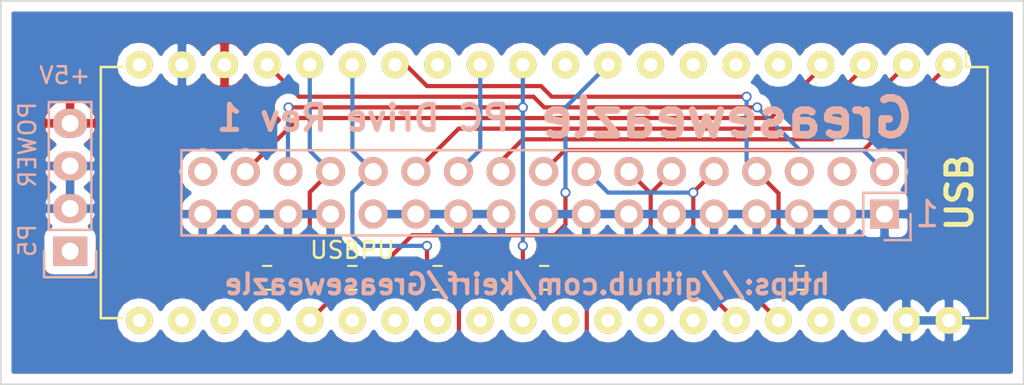
<source format=kicad_pcb>
(kicad_pcb (version 20171130) (host pcbnew 5.0.2-bee76a0~70~ubuntu18.04.1)

  (general
    (thickness 1.6)
    (drawings 10)
    (tracks 89)
    (zones 0)
    (modules 8)
    (nets 17)
  )

  (page A4)
  (layers
    (0 F.Cu signal)
    (31 B.Cu signal)
    (32 B.Adhes user)
    (33 F.Adhes user)
    (34 B.Paste user)
    (35 F.Paste user)
    (36 B.SilkS user)
    (37 F.SilkS user)
    (38 B.Mask user)
    (39 F.Mask user)
    (40 Dwgs.User user)
    (41 Cmts.User user)
    (42 Eco1.User user)
    (43 Eco2.User user)
    (44 Edge.Cuts user)
    (45 Margin user)
    (46 B.CrtYd user)
    (47 F.CrtYd user)
    (48 B.Fab user)
  )

  (setup
    (last_trace_width 0.25)
    (trace_clearance 0.2)
    (zone_clearance 0.508)
    (zone_45_only no)
    (trace_min 0.2)
    (segment_width 0.2)
    (edge_width 0.1)
    (via_size 0.6)
    (via_drill 0.4)
    (via_min_size 0.4)
    (via_min_drill 0.3)
    (uvia_size 0.3)
    (uvia_drill 0.1)
    (uvias_allowed no)
    (uvia_min_size 0.2)
    (uvia_min_drill 0.1)
    (pcb_text_width 0.3)
    (pcb_text_size 1.5 1.5)
    (mod_edge_width 0.15)
    (mod_text_size 1 1)
    (mod_text_width 0.15)
    (pad_size 3.2 3.2)
    (pad_drill 3.2)
    (pad_to_mask_clearance 0)
    (solder_mask_min_width 0.25)
    (aux_axis_origin 0 0)
    (visible_elements FFFFFF7F)
    (pcbplotparams
      (layerselection 0x00030_80000001)
      (usegerberextensions false)
      (usegerberattributes false)
      (usegerberadvancedattributes false)
      (creategerberjobfile false)
      (excludeedgelayer true)
      (linewidth 0.100000)
      (plotframeref false)
      (viasonmask false)
      (mode 1)
      (useauxorigin false)
      (hpglpennumber 1)
      (hpglpenspeed 20)
      (hpglpendiameter 15.000000)
      (psnegative false)
      (psa4output false)
      (plotreference true)
      (plotvalue true)
      (plotinvisibletext false)
      (padsonsilk false)
      (subtractmaskfromsilk false)
      (outputformat 1)
      (mirror false)
      (drillshape 1)
      (scaleselection 1)
      (outputdirectory ""))
  )

  (net 0 "")
  (net 1 +5V)
  (net 2 GND)
  (net 3 /_MTR)
  (net 4 /_INDEX)
  (net 5 /_DIR)
  (net 6 /_STEP)
  (net 7 /_DKWD)
  (net 8 /_DKWE)
  (net 9 /_TRK0)
  (net 10 /_WRPROT)
  (net 11 /_DKRD)
  (net 12 /_SIDE)
  (net 13 /_DENSEL)
  (net 14 /_SEL)
  (net 15 /USB_CONN)
  (net 16 /USB_DP)

  (net_class Default "This is the default net class."
    (clearance 0.2)
    (trace_width 0.25)
    (via_dia 0.6)
    (via_drill 0.4)
    (uvia_dia 0.3)
    (uvia_drill 0.1)
    (add_net +5V)
    (add_net /USB_CONN)
    (add_net /USB_DP)
    (add_net /_DENSEL)
    (add_net /_DIR)
    (add_net /_DKRD)
    (add_net /_DKWD)
    (add_net /_DKWE)
    (add_net /_INDEX)
    (add_net /_MTR)
    (add_net /_SEL)
    (add_net /_SIDE)
    (add_net /_STEP)
    (add_net /_TRK0)
    (add_net /_WRPROT)
  )

  (net_class PowIn ""
    (clearance 0.2)
    (trace_width 1)
    (via_dia 0.6)
    (via_drill 0.4)
    (uvia_dia 0.3)
    (uvia_drill 0.1)
  )

  (net_class Power ""
    (clearance 0.2)
    (trace_width 0.5)
    (via_dia 0.6)
    (via_drill 0.4)
    (uvia_dia 0.3)
    (uvia_drill 0.1)
    (add_net GND)
  )

  (module Resistor_SMD:R_0805_2012Metric_Pad1.15x1.40mm_HandSolder (layer F.Cu) (tedit 5B36C52B) (tstamp 58B30B24)
    (at 164.465 110.49 180)
    (descr "Resistor SMD 0805 (2012 Metric), square (rectangular) end terminal, IPC_7351 nominal with elongated pad for handsoldering. (Body size source: https://docs.google.com/spreadsheets/d/1BsfQQcO9C6DZCsRaXUlFlo91Tg2WpOkGARC1WS5S8t0/edit?usp=sharing), generated with kicad-footprint-generator")
    (tags "resistor handsolder")
    (path /558D9E66)
    (attr smd)
    (fp_text reference "" (at 0 -1.65 180) (layer F.SilkS)
      (effects (font (size 1 1) (thickness 0.15)))
    )
    (fp_text value 1K (at 0 1.65 180) (layer F.Fab)
      (effects (font (size 1 1) (thickness 0.15)))
    )
    (fp_text user %R (at 0 0 180) (layer F.Fab)
      (effects (font (size 0.5 0.5) (thickness 0.08)))
    )
    (fp_line (start 1.85 0.95) (end -1.85 0.95) (layer F.CrtYd) (width 0.05))
    (fp_line (start 1.85 -0.95) (end 1.85 0.95) (layer F.CrtYd) (width 0.05))
    (fp_line (start -1.85 -0.95) (end 1.85 -0.95) (layer F.CrtYd) (width 0.05))
    (fp_line (start -1.85 0.95) (end -1.85 -0.95) (layer F.CrtYd) (width 0.05))
    (fp_line (start -0.261252 0.71) (end 0.261252 0.71) (layer F.SilkS) (width 0.12))
    (fp_line (start -0.261252 -0.71) (end 0.261252 -0.71) (layer F.SilkS) (width 0.12))
    (fp_line (start 1 0.6) (end -1 0.6) (layer F.Fab) (width 0.1))
    (fp_line (start 1 -0.6) (end 1 0.6) (layer F.Fab) (width 0.1))
    (fp_line (start -1 -0.6) (end 1 -0.6) (layer F.Fab) (width 0.1))
    (fp_line (start -1 0.6) (end -1 -0.6) (layer F.Fab) (width 0.1))
    (pad 2 smd roundrect (at 1.025 0 180) (size 1.15 1.4) (layers F.Cu F.Paste F.Mask) (roundrect_rratio 0.217391)
      (net 4 /_INDEX))
    (pad 1 smd roundrect (at -1.025 0 180) (size 1.15 1.4) (layers F.Cu F.Paste F.Mask) (roundrect_rratio 0.217391)
      (net 1 +5V))
    (model ${KISYS3DMOD}/Resistor_SMD.3dshapes/R_0805_2012Metric.wrl
      (at (xyz 0 0 0))
      (scale (xyz 1 1 1))
      (rotate (xyz 0 0 0))
    )
  )

  (module Resistor_SMD:R_0805_2012Metric_Pad1.15x1.40mm_HandSolder (layer F.Cu) (tedit 5B36C52B) (tstamp 581A1A28)
    (at 149.225 110.49 180)
    (descr "Resistor SMD 0805 (2012 Metric), square (rectangular) end terminal, IPC_7351 nominal with elongated pad for handsoldering. (Body size source: https://docs.google.com/spreadsheets/d/1BsfQQcO9C6DZCsRaXUlFlo91Tg2WpOkGARC1WS5S8t0/edit?usp=sharing), generated with kicad-footprint-generator")
    (tags "resistor handsolder")
    (path /5DAB3504)
    (attr smd)
    (fp_text reference "" (at 0 -1.65 180) (layer F.SilkS)
      (effects (font (size 1 1) (thickness 0.15)))
    )
    (fp_text value 1K (at 0 1.65 180) (layer F.Fab)
      (effects (font (size 1 1) (thickness 0.15)))
    )
    (fp_text user %R (at 0 0 180) (layer F.Fab)
      (effects (font (size 0.5 0.5) (thickness 0.08)))
    )
    (fp_line (start 1.85 0.95) (end -1.85 0.95) (layer F.CrtYd) (width 0.05))
    (fp_line (start 1.85 -0.95) (end 1.85 0.95) (layer F.CrtYd) (width 0.05))
    (fp_line (start -1.85 -0.95) (end 1.85 -0.95) (layer F.CrtYd) (width 0.05))
    (fp_line (start -1.85 0.95) (end -1.85 -0.95) (layer F.CrtYd) (width 0.05))
    (fp_line (start -0.261252 0.71) (end 0.261252 0.71) (layer F.SilkS) (width 0.12))
    (fp_line (start -0.261252 -0.71) (end 0.261252 -0.71) (layer F.SilkS) (width 0.12))
    (fp_line (start 1 0.6) (end -1 0.6) (layer F.Fab) (width 0.1))
    (fp_line (start 1 -0.6) (end 1 0.6) (layer F.Fab) (width 0.1))
    (fp_line (start -1 -0.6) (end 1 -0.6) (layer F.Fab) (width 0.1))
    (fp_line (start -1 0.6) (end -1 -0.6) (layer F.Fab) (width 0.1))
    (pad 2 smd roundrect (at 1.025 0 180) (size 1.15 1.4) (layers F.Cu F.Paste F.Mask) (roundrect_rratio 0.217391)
      (net 11 /_DKRD))
    (pad 1 smd roundrect (at -1.025 0 180) (size 1.15 1.4) (layers F.Cu F.Paste F.Mask) (roundrect_rratio 0.217391)
      (net 1 +5V))
    (model ${KISYS3DMOD}/Resistor_SMD.3dshapes/R_0805_2012Metric.wrl
      (at (xyz 0 0 0))
      (scale (xyz 1 1 1))
      (rotate (xyz 0 0 0))
    )
  )

  (module Resistor_SMD:R_0805_2012Metric_Pad1.15x1.40mm_HandSolder (layer F.Cu) (tedit 5B36C52B) (tstamp 581A1A12)
    (at 142.875 110.49 180)
    (descr "Resistor SMD 0805 (2012 Metric), square (rectangular) end terminal, IPC_7351 nominal with elongated pad for handsoldering. (Body size source: https://docs.google.com/spreadsheets/d/1BsfQQcO9C6DZCsRaXUlFlo91Tg2WpOkGARC1WS5S8t0/edit?usp=sharing), generated with kicad-footprint-generator")
    (tags "resistor handsolder")
    (path /5DAAA6FC)
    (attr smd)
    (fp_text reference "" (at 0 -1.65 180) (layer F.SilkS)
      (effects (font (size 1 1) (thickness 0.15)))
    )
    (fp_text value 1K (at 0 1.65 180) (layer F.Fab)
      (effects (font (size 1 1) (thickness 0.15)))
    )
    (fp_text user %R (at 0 0 180) (layer F.Fab)
      (effects (font (size 0.5 0.5) (thickness 0.08)))
    )
    (fp_line (start 1.85 0.95) (end -1.85 0.95) (layer F.CrtYd) (width 0.05))
    (fp_line (start 1.85 -0.95) (end 1.85 0.95) (layer F.CrtYd) (width 0.05))
    (fp_line (start -1.85 -0.95) (end 1.85 -0.95) (layer F.CrtYd) (width 0.05))
    (fp_line (start -1.85 0.95) (end -1.85 -0.95) (layer F.CrtYd) (width 0.05))
    (fp_line (start -0.261252 0.71) (end 0.261252 0.71) (layer F.SilkS) (width 0.12))
    (fp_line (start -0.261252 -0.71) (end 0.261252 -0.71) (layer F.SilkS) (width 0.12))
    (fp_line (start 1 0.6) (end -1 0.6) (layer F.Fab) (width 0.1))
    (fp_line (start 1 -0.6) (end 1 0.6) (layer F.Fab) (width 0.1))
    (fp_line (start -1 -0.6) (end 1 -0.6) (layer F.Fab) (width 0.1))
    (fp_line (start -1 0.6) (end -1 -0.6) (layer F.Fab) (width 0.1))
    (pad 2 smd roundrect (at 1.025 0 180) (size 1.15 1.4) (layers F.Cu F.Paste F.Mask) (roundrect_rratio 0.217391)
      (net 9 /_TRK0))
    (pad 1 smd roundrect (at -1.025 0 180) (size 1.15 1.4) (layers F.Cu F.Paste F.Mask) (roundrect_rratio 0.217391)
      (net 1 +5V))
    (model ${KISYS3DMOD}/Resistor_SMD.3dshapes/R_0805_2012Metric.wrl
      (at (xyz 0 0 0))
      (scale (xyz 1 1 1))
      (rotate (xyz 0 0 0))
    )
  )

  (module Resistor_SMD:R_0805_2012Metric_Pad1.15x1.40mm_HandSolder (layer F.Cu) (tedit 5B36C52B) (tstamp 581A1A1D)
    (at 132.715 110.49)
    (descr "Resistor SMD 0805 (2012 Metric), square (rectangular) end terminal, IPC_7351 nominal with elongated pad for handsoldering. (Body size source: https://docs.google.com/spreadsheets/d/1BsfQQcO9C6DZCsRaXUlFlo91Tg2WpOkGARC1WS5S8t0/edit?usp=sharing), generated with kicad-footprint-generator")
    (tags "resistor handsolder")
    (path /5DAAEE03)
    (attr smd)
    (fp_text reference "" (at 0 -1.65) (layer F.SilkS)
      (effects (font (size 1 1) (thickness 0.15)))
    )
    (fp_text value 1K (at 0 1.65) (layer F.Fab)
      (effects (font (size 1 1) (thickness 0.15)))
    )
    (fp_text user %R (at 0 0) (layer F.Fab)
      (effects (font (size 0.5 0.5) (thickness 0.08)))
    )
    (fp_line (start 1.85 0.95) (end -1.85 0.95) (layer F.CrtYd) (width 0.05))
    (fp_line (start 1.85 -0.95) (end 1.85 0.95) (layer F.CrtYd) (width 0.05))
    (fp_line (start -1.85 -0.95) (end 1.85 -0.95) (layer F.CrtYd) (width 0.05))
    (fp_line (start -1.85 0.95) (end -1.85 -0.95) (layer F.CrtYd) (width 0.05))
    (fp_line (start -0.261252 0.71) (end 0.261252 0.71) (layer F.SilkS) (width 0.12))
    (fp_line (start -0.261252 -0.71) (end 0.261252 -0.71) (layer F.SilkS) (width 0.12))
    (fp_line (start 1 0.6) (end -1 0.6) (layer F.Fab) (width 0.1))
    (fp_line (start 1 -0.6) (end 1 0.6) (layer F.Fab) (width 0.1))
    (fp_line (start -1 -0.6) (end 1 -0.6) (layer F.Fab) (width 0.1))
    (fp_line (start -1 0.6) (end -1 -0.6) (layer F.Fab) (width 0.1))
    (pad 2 smd roundrect (at 1.025 0) (size 1.15 1.4) (layers F.Cu F.Paste F.Mask) (roundrect_rratio 0.217391)
      (net 10 /_WRPROT))
    (pad 1 smd roundrect (at -1.025 0) (size 1.15 1.4) (layers F.Cu F.Paste F.Mask) (roundrect_rratio 0.217391)
      (net 1 +5V))
    (model ${KISYS3DMOD}/Resistor_SMD.3dshapes/R_0805_2012Metric.wrl
      (at (xyz 0 0 0))
      (scale (xyz 1 1 1))
      (rotate (xyz 0 0 0))
    )
  )

  (module Resistor_SMD:R_0805_2012Metric_Pad1.15x1.40mm_HandSolder (layer F.Cu) (tedit 5DA584BE) (tstamp 581A587E)
    (at 137.795 110.49)
    (descr "Resistor SMD 0805 (2012 Metric), square (rectangular) end terminal, IPC_7351 nominal with elongated pad for handsoldering. (Body size source: https://docs.google.com/spreadsheets/d/1BsfQQcO9C6DZCsRaXUlFlo91Tg2WpOkGARC1WS5S8t0/edit?usp=sharing), generated with kicad-footprint-generator")
    (tags "resistor handsolder")
    (path /5DAD5D7C)
    (attr smd)
    (fp_text reference USBPU (at 0 -1.65) (layer F.SilkS)
      (effects (font (size 1 1) (thickness 0.15)))
    )
    (fp_text value 1.5K (at 0 1.65) (layer F.Fab)
      (effects (font (size 1 1) (thickness 0.15)))
    )
    (fp_text user %R (at 0 0) (layer F.Fab)
      (effects (font (size 0.5 0.5) (thickness 0.08)))
    )
    (fp_line (start 1.85 0.95) (end -1.85 0.95) (layer F.CrtYd) (width 0.05))
    (fp_line (start 1.85 -0.95) (end 1.85 0.95) (layer F.CrtYd) (width 0.05))
    (fp_line (start -1.85 -0.95) (end 1.85 -0.95) (layer F.CrtYd) (width 0.05))
    (fp_line (start -1.85 0.95) (end -1.85 -0.95) (layer F.CrtYd) (width 0.05))
    (fp_line (start -0.261252 0.71) (end 0.261252 0.71) (layer F.SilkS) (width 0.12))
    (fp_line (start -0.261252 -0.71) (end 0.261252 -0.71) (layer F.SilkS) (width 0.12))
    (fp_line (start 1 0.6) (end -1 0.6) (layer F.Fab) (width 0.1))
    (fp_line (start 1 -0.6) (end 1 0.6) (layer F.Fab) (width 0.1))
    (fp_line (start -1 -0.6) (end 1 -0.6) (layer F.Fab) (width 0.1))
    (fp_line (start -1 0.6) (end -1 -0.6) (layer F.Fab) (width 0.1))
    (pad 2 smd roundrect (at 1.025 0) (size 1.15 1.4) (layers F.Cu F.Paste F.Mask) (roundrect_rratio 0.217391)
      (net 16 /USB_DP))
    (pad 1 smd roundrect (at -1.025 0) (size 1.15 1.4) (layers F.Cu F.Paste F.Mask) (roundrect_rratio 0.217391)
      (net 15 /USB_CONN))
    (model ${KISYS3DMOD}/Resistor_SMD.3dshapes/R_0805_2012Metric.wrl
      (at (xyz 0 0 0))
      (scale (xyz 1 1 1))
      (rotate (xyz 0 0 0))
    )
  )

  (module Housings_DIP:DIP-40_W15.24mm (layer F.Cu) (tedit 5DA5808B) (tstamp 581A1AAC)
    (at 173.355 97.79 270)
    (descr "40-lead dip package, row spacing 15.24 mm (600 mils)")
    (tags "dil dip 2.54 600")
    (path /559B9AF3)
    (fp_text reference "" (at 13.335 48.26) (layer F.SilkS) hide
      (effects (font (size 1 1) (thickness 0.15)))
    )
    (fp_text value "" (at 13.335 43.18) (layer Dwgs.User) hide
      (effects (font (size 1 1) (thickness 0.15)))
    )
    (fp_line (start -1.05 -2.45) (end -1.05 50.75) (layer F.CrtYd) (width 0.05))
    (fp_line (start 16.3 -2.45) (end 16.3 50.75) (layer F.CrtYd) (width 0.05))
    (fp_line (start -1.05 -2.45) (end 16.3 -2.45) (layer F.CrtYd) (width 0.05))
    (fp_line (start -1.05 50.75) (end 16.3 50.75) (layer F.CrtYd) (width 0.05))
    (fp_line (start 0.135 -2.295) (end 0.135 -1.025) (layer F.SilkS) (width 0.15))
    (fp_line (start 15.105 -2.295) (end 15.105 -1.025) (layer F.SilkS) (width 0.15))
    (fp_line (start 15.105 50.555) (end 15.105 49.285) (layer F.SilkS) (width 0.15))
    (fp_line (start 0.135 50.555) (end 0.135 49.285) (layer F.SilkS) (width 0.15))
    (fp_line (start 0.135 -2.295) (end 15.105 -2.295) (layer F.SilkS) (width 0.15))
    (fp_line (start 0.135 50.555) (end 15.105 50.555) (layer F.SilkS) (width 0.15))
    (fp_line (start 0.135 -1.025) (end -0.8 -1.025) (layer F.SilkS) (width 0.15))
    (pad 1 thru_hole oval (at 0 0 270) (size 1.6 1.6) (drill 0.8) (layers *.Cu *.Mask F.SilkS)
      (net 5 /_DIR))
    (pad 2 thru_hole oval (at 0 2.54 270) (size 1.6 1.6) (drill 0.8) (layers *.Cu *.Mask F.SilkS)
      (net 6 /_STEP))
    (pad 3 thru_hole oval (at 0 5.08 270) (size 1.6 1.6) (drill 0.8) (layers *.Cu *.Mask F.SilkS)
      (net 8 /_DKWE))
    (pad 4 thru_hole oval (at 0 7.62 270) (size 1.6 1.6) (drill 0.8) (layers *.Cu *.Mask F.SilkS)
      (net 12 /_SIDE))
    (pad 5 thru_hole oval (at 0 10.16 270) (size 1.6 1.6) (drill 0.8) (layers *.Cu *.Mask F.SilkS))
    (pad 6 thru_hole oval (at 0 12.7 270) (size 1.6 1.6) (drill 0.8) (layers *.Cu *.Mask F.SilkS))
    (pad 7 thru_hole oval (at 0 15.24 270) (size 1.6 1.6) (drill 0.8) (layers *.Cu *.Mask F.SilkS))
    (pad 8 thru_hole oval (at 0 17.78 270) (size 1.6 1.6) (drill 0.8) (layers *.Cu *.Mask F.SilkS))
    (pad 9 thru_hole oval (at 0 20.32 270) (size 1.6 1.6) (drill 0.8) (layers *.Cu *.Mask F.SilkS)
      (net 16 /USB_DP))
    (pad 10 thru_hole oval (at 0 22.86 270) (size 1.6 1.6) (drill 0.8) (layers *.Cu *.Mask F.SilkS))
    (pad 11 thru_hole oval (at 0 25.4 270) (size 1.6 1.6) (drill 0.8) (layers *.Cu *.Mask F.SilkS)
      (net 11 /_DKRD))
    (pad 12 thru_hole oval (at 0 27.94 270) (size 1.6 1.6) (drill 0.8) (layers *.Cu *.Mask F.SilkS)
      (net 7 /_DKWD))
    (pad 13 thru_hole oval (at 0 30.48 270) (size 1.6 1.6) (drill 0.8) (layers *.Cu *.Mask F.SilkS))
    (pad 14 thru_hole oval (at 0 33.02 270) (size 1.6 1.6) (drill 0.8) (layers *.Cu *.Mask F.SilkS)
      (net 4 /_INDEX))
    (pad 15 thru_hole oval (at 0 35.56 270) (size 1.6 1.6) (drill 0.8) (layers *.Cu *.Mask F.SilkS)
      (net 9 /_TRK0))
    (pad 16 thru_hole oval (at 0 38.1 270) (size 1.6 1.6) (drill 0.8) (layers *.Cu *.Mask F.SilkS)
      (net 10 /_WRPROT))
    (pad 17 thru_hole oval (at 0 40.64 270) (size 1.6 1.6) (drill 0.8) (layers *.Cu *.Mask F.SilkS)
      (net 13 /_DENSEL))
    (pad 18 thru_hole oval (at 0 43.18 270) (size 1.6 1.6) (drill 0.8) (layers *.Cu *.Mask F.SilkS)
      (net 1 +5V))
    (pad 19 thru_hole oval (at 0 45.72 270) (size 1.6 1.6) (drill 0.8) (layers *.Cu *.Mask F.SilkS)
      (net 2 GND))
    (pad 20 thru_hole oval (at 0 48.26 270) (size 1.6 1.6) (drill 0.8) (layers *.Cu *.Mask F.SilkS))
    (pad 21 thru_hole oval (at 15.24 48.26 270) (size 1.6 1.6) (drill 0.8) (layers *.Cu *.Mask F.SilkS))
    (pad 22 thru_hole oval (at 15.24 45.72 270) (size 1.6 1.6) (drill 0.8) (layers *.Cu *.Mask F.SilkS))
    (pad 23 thru_hole oval (at 15.24 43.18 270) (size 1.6 1.6) (drill 0.8) (layers *.Cu *.Mask F.SilkS))
    (pad 24 thru_hole oval (at 15.24 40.64 270) (size 1.6 1.6) (drill 0.8) (layers *.Cu *.Mask F.SilkS))
    (pad 25 thru_hole oval (at 15.24 38.1 270) (size 1.6 1.6) (drill 0.8) (layers *.Cu *.Mask F.SilkS)
      (net 15 /USB_CONN))
    (pad 26 thru_hole oval (at 15.24 35.56 270) (size 1.6 1.6) (drill 0.8) (layers *.Cu *.Mask F.SilkS))
    (pad 27 thru_hole oval (at 15.24 33.02 270) (size 1.6 1.6) (drill 0.8) (layers *.Cu *.Mask F.SilkS))
    (pad 28 thru_hole oval (at 15.24 30.48 270) (size 1.6 1.6) (drill 0.8) (layers *.Cu *.Mask F.SilkS))
    (pad 29 thru_hole oval (at 15.24 27.94 270) (size 1.6 1.6) (drill 0.8) (layers *.Cu *.Mask F.SilkS))
    (pad 30 thru_hole oval (at 15.24 25.4 270) (size 1.6 1.6) (drill 0.8) (layers *.Cu *.Mask F.SilkS))
    (pad 31 thru_hole oval (at 15.24 22.86 270) (size 1.6 1.6) (drill 0.8) (layers *.Cu *.Mask F.SilkS))
    (pad 32 thru_hole oval (at 15.24 20.32 270) (size 1.6 1.6) (drill 0.8) (layers *.Cu *.Mask F.SilkS))
    (pad 33 thru_hole oval (at 15.24 17.78 270) (size 1.6 1.6) (drill 0.8) (layers *.Cu *.Mask F.SilkS))
    (pad 34 thru_hole oval (at 15.24 15.24 270) (size 1.6 1.6) (drill 0.8) (layers *.Cu *.Mask F.SilkS))
    (pad 35 thru_hole oval (at 15.24 12.7 270) (size 1.6 1.6) (drill 0.8) (layers *.Cu *.Mask F.SilkS)
      (net 14 /_SEL))
    (pad 36 thru_hole oval (at 15.24 10.16 270) (size 1.6 1.6) (drill 0.8) (layers *.Cu *.Mask F.SilkS)
      (net 3 /_MTR))
    (pad 37 thru_hole oval (at 15.24 7.62 270) (size 1.6 1.6) (drill 0.8) (layers *.Cu *.Mask F.SilkS))
    (pad 38 thru_hole oval (at 15.24 5.08 270) (size 1.6 1.6) (drill 0.8) (layers *.Cu *.Mask F.SilkS))
    (pad 39 thru_hole oval (at 15.24 2.54 270) (size 1.6 1.6) (drill 0.8) (layers *.Cu *.Mask F.SilkS)
      (net 2 GND))
    (pad 40 thru_hole oval (at 15.24 0 270) (size 1.6 1.6) (drill 0.8) (layers *.Cu *.Mask F.SilkS)
      (net 2 GND))
    (model Housings_DIP.3dshapes/DIP-40_W15.24mm.wrl
      (at (xyz 0 0 0))
      (scale (xyz 1 1 1))
      (rotate (xyz 0 0 0))
    )
  )

  (module Pin_Headers:Pin_Header_Straight_1x04 (layer B.Cu) (tedit 559F9726) (tstamp 559E9162)
    (at 120.9675 108.9025)
    (descr "Through hole pin header")
    (tags "pin header")
    (path /55907D94)
    (fp_text reference P5 (at -2.54 -0.635 270) (layer B.SilkS)
      (effects (font (size 1 1) (thickness 0.15)) (justify mirror))
    )
    (fp_text value POWER (at -2.54 -6.35 270) (layer B.SilkS)
      (effects (font (size 1 1) (thickness 0.15)) (justify mirror))
    )
    (fp_line (start -1.75 1.75) (end -1.75 -9.4) (layer B.CrtYd) (width 0.05))
    (fp_line (start 1.75 1.75) (end 1.75 -9.4) (layer B.CrtYd) (width 0.05))
    (fp_line (start -1.75 1.75) (end 1.75 1.75) (layer B.CrtYd) (width 0.05))
    (fp_line (start -1.75 -9.4) (end 1.75 -9.4) (layer B.CrtYd) (width 0.05))
    (fp_line (start -1.27 -1.27) (end -1.27 -8.89) (layer B.SilkS) (width 0.15))
    (fp_line (start 1.27 -1.27) (end 1.27 -8.89) (layer B.SilkS) (width 0.15))
    (fp_line (start 1.55 1.55) (end 1.55 0) (layer B.SilkS) (width 0.15))
    (fp_line (start -1.27 -8.89) (end 1.27 -8.89) (layer B.SilkS) (width 0.15))
    (fp_line (start 1.27 -1.27) (end -1.27 -1.27) (layer B.SilkS) (width 0.15))
    (fp_line (start -1.55 0) (end -1.55 1.55) (layer B.SilkS) (width 0.15))
    (fp_line (start -1.55 1.55) (end 1.55 1.55) (layer B.SilkS) (width 0.15))
    (pad 1 thru_hole rect (at 0 0) (size 2.032 1.7272) (drill 1.016) (layers *.Cu *.Mask B.SilkS))
    (pad 2 thru_hole oval (at 0 -2.54) (size 2.032 1.7272) (drill 1.016) (layers *.Cu *.Mask B.SilkS)
      (net 2 GND))
    (pad 3 thru_hole oval (at 0 -5.08) (size 2.032 1.7272) (drill 1.016) (layers *.Cu *.Mask B.SilkS)
      (net 2 GND))
    (pad 4 thru_hole oval (at 0 -7.62) (size 2.032 1.7272) (drill 1.016) (layers *.Cu *.Mask B.SilkS)
      (net 1 +5V))
    (model Pin_Headers.3dshapes/Pin_Header_Straight_1x04.wrl
      (offset (xyz 0 -3.809999942779541 0))
      (scale (xyz 1 1 1))
      (rotate (xyz 0 0 90))
    )
  )

  (module Pin_Headers:Pin_Header_Straight_2x17 (layer B.Cu) (tedit 5DA580C5) (tstamp 559E91AB)
    (at 169.514 106.69284 90)
    (descr "Through hole pin header")
    (tags "pin header")
    (path /558A939C)
    (fp_text reference "" (at 3.175 3.175 180) (layer B.SilkS)
      (effects (font (size 1 1) (thickness 0.15)) (justify mirror))
    )
    (fp_text value "" (at -2.54 -20.32 180) (layer B.SilkS)
      (effects (font (size 1 1) (thickness 0.15)) (justify mirror))
    )
    (fp_line (start -1.75 1.75) (end -1.75 -42.4) (layer B.CrtYd) (width 0.05))
    (fp_line (start 4.3 1.75) (end 4.3 -42.4) (layer B.CrtYd) (width 0.05))
    (fp_line (start -1.75 1.75) (end 4.3 1.75) (layer B.CrtYd) (width 0.05))
    (fp_line (start -1.75 -42.4) (end 4.3 -42.4) (layer B.CrtYd) (width 0.05))
    (fp_line (start 3.81 -41.91) (end 3.81 1.27) (layer B.SilkS) (width 0.15))
    (fp_line (start -1.27 -1.27) (end -1.27 -41.91) (layer B.SilkS) (width 0.15))
    (fp_line (start 3.81 -41.91) (end -1.27 -41.91) (layer B.SilkS) (width 0.15))
    (fp_line (start 3.81 1.27) (end 1.27 1.27) (layer B.SilkS) (width 0.15))
    (fp_line (start 0 1.55) (end -1.55 1.55) (layer B.SilkS) (width 0.15))
    (fp_line (start 1.27 1.27) (end 1.27 -1.27) (layer B.SilkS) (width 0.15))
    (fp_line (start 1.27 -1.27) (end -1.27 -1.27) (layer B.SilkS) (width 0.15))
    (fp_line (start -1.55 1.55) (end -1.55 0) (layer B.SilkS) (width 0.15))
    (pad 1 thru_hole rect (at 0 0 90) (size 1.7272 1.7272) (drill 1.016) (layers *.Cu *.Mask B.SilkS)
      (net 2 GND))
    (pad 2 thru_hole oval (at 2.54 0 90) (size 1.7272 1.7272) (drill 1.016) (layers *.Cu *.Mask B.SilkS)
      (net 13 /_DENSEL))
    (pad 3 thru_hole oval (at 0 -2.54 90) (size 1.7272 1.7272) (drill 1.016) (layers *.Cu *.Mask B.SilkS)
      (net 2 GND))
    (pad 4 thru_hole oval (at 2.54 -2.54 90) (size 1.7272 1.7272) (drill 1.016) (layers *.Cu *.Mask B.SilkS))
    (pad 5 thru_hole oval (at 0 -5.08 90) (size 1.7272 1.7272) (drill 1.016) (layers *.Cu *.Mask B.SilkS)
      (net 2 GND))
    (pad 6 thru_hole oval (at 2.54 -5.08 90) (size 1.7272 1.7272) (drill 1.016) (layers *.Cu *.Mask B.SilkS))
    (pad 7 thru_hole oval (at 0 -7.62 90) (size 1.7272 1.7272) (drill 1.016) (layers *.Cu *.Mask B.SilkS)
      (net 2 GND))
    (pad 8 thru_hole oval (at 2.54 -7.62 90) (size 1.7272 1.7272) (drill 1.016) (layers *.Cu *.Mask B.SilkS)
      (net 4 /_INDEX))
    (pad 9 thru_hole oval (at 0 -10.16 90) (size 1.7272 1.7272) (drill 1.016) (layers *.Cu *.Mask B.SilkS)
      (net 2 GND))
    (pad 10 thru_hole oval (at 2.54 -10.16 90) (size 1.7272 1.7272) (drill 1.016) (layers *.Cu *.Mask B.SilkS)
      (net 3 /_MTR))
    (pad 11 thru_hole oval (at 0 -12.7 90) (size 1.7272 1.7272) (drill 1.016) (layers *.Cu *.Mask B.SilkS)
      (net 2 GND))
    (pad 12 thru_hole oval (at 2.54 -12.7 90) (size 1.7272 1.7272) (drill 1.016) (layers *.Cu *.Mask B.SilkS)
      (net 14 /_SEL))
    (pad 13 thru_hole oval (at 0 -15.24 90) (size 1.7272 1.7272) (drill 1.016) (layers *.Cu *.Mask B.SilkS)
      (net 2 GND))
    (pad 14 thru_hole oval (at 2.54 -15.24 90) (size 1.7272 1.7272) (drill 1.016) (layers *.Cu *.Mask B.SilkS)
      (net 14 /_SEL))
    (pad 15 thru_hole oval (at 0 -17.78 90) (size 1.7272 1.7272) (drill 1.016) (layers *.Cu *.Mask B.SilkS)
      (net 2 GND))
    (pad 16 thru_hole oval (at 2.54 -17.78 90) (size 1.7272 1.7272) (drill 1.016) (layers *.Cu *.Mask B.SilkS)
      (net 3 /_MTR))
    (pad 17 thru_hole oval (at 0 -20.32 90) (size 1.7272 1.7272) (drill 1.016) (layers *.Cu *.Mask B.SilkS)
      (net 2 GND))
    (pad 18 thru_hole oval (at 2.54 -20.32 90) (size 1.7272 1.7272) (drill 1.016) (layers *.Cu *.Mask B.SilkS)
      (net 5 /_DIR))
    (pad 19 thru_hole oval (at 0 -22.86 90) (size 1.7272 1.7272) (drill 1.016) (layers *.Cu *.Mask B.SilkS)
      (net 2 GND))
    (pad 20 thru_hole oval (at 2.54 -22.86 90) (size 1.7272 1.7272) (drill 1.016) (layers *.Cu *.Mask B.SilkS)
      (net 6 /_STEP))
    (pad 21 thru_hole oval (at 0 -25.4 90) (size 1.7272 1.7272) (drill 1.016) (layers *.Cu *.Mask B.SilkS)
      (net 2 GND))
    (pad 22 thru_hole oval (at 2.54 -25.4 90) (size 1.7272 1.7272) (drill 1.016) (layers *.Cu *.Mask B.SilkS)
      (net 7 /_DKWD))
    (pad 23 thru_hole oval (at 0 -27.94 90) (size 1.7272 1.7272) (drill 1.016) (layers *.Cu *.Mask B.SilkS)
      (net 2 GND))
    (pad 24 thru_hole oval (at 2.54 -27.94 90) (size 1.7272 1.7272) (drill 1.016) (layers *.Cu *.Mask B.SilkS)
      (net 8 /_DKWE))
    (pad 25 thru_hole oval (at 0 -30.48 90) (size 1.7272 1.7272) (drill 1.016) (layers *.Cu *.Mask B.SilkS)
      (net 2 GND))
    (pad 26 thru_hole oval (at 2.54 -30.48 90) (size 1.7272 1.7272) (drill 1.016) (layers *.Cu *.Mask B.SilkS)
      (net 9 /_TRK0))
    (pad 27 thru_hole oval (at 0 -33.02 90) (size 1.7272 1.7272) (drill 1.016) (layers *.Cu *.Mask B.SilkS)
      (net 2 GND))
    (pad 28 thru_hole oval (at 2.54 -33.02 90) (size 1.7272 1.7272) (drill 1.016) (layers *.Cu *.Mask B.SilkS)
      (net 10 /_WRPROT))
    (pad 29 thru_hole oval (at 0 -35.56 90) (size 1.7272 1.7272) (drill 1.016) (layers *.Cu *.Mask B.SilkS)
      (net 2 GND))
    (pad 30 thru_hole oval (at 2.54 -35.56 90) (size 1.7272 1.7272) (drill 1.016) (layers *.Cu *.Mask B.SilkS)
      (net 11 /_DKRD))
    (pad 31 thru_hole oval (at 0 -38.1 90) (size 1.7272 1.7272) (drill 1.016) (layers *.Cu *.Mask B.SilkS)
      (net 2 GND))
    (pad 32 thru_hole oval (at 2.54 -38.1 90) (size 1.7272 1.7272) (drill 1.016) (layers *.Cu *.Mask B.SilkS)
      (net 12 /_SIDE))
    (pad 33 thru_hole oval (at 0 -40.64 90) (size 1.7272 1.7272) (drill 1.016) (layers *.Cu *.Mask B.SilkS)
      (net 2 GND))
    (pad 34 thru_hole oval (at 2.54 -40.64 90) (size 1.7272 1.7272) (drill 1.016) (layers *.Cu *.Mask B.SilkS))
    (model Pin_Headers.3dshapes/Pin_Header_Straight_2x17.wrl
      (offset (xyz 1.269999980926514 -20.31999969482422 0))
      (scale (xyz 1 1 1))
      (rotate (xyz 0 0 90))
    )
  )

  (gr_line (start 177.8 93.98) (end 116.84 93.98) (angle 90) (layer Edge.Cuts) (width 0.1))
  (gr_line (start 177.8 116.84) (end 177.8 93.98) (angle 90) (layer Edge.Cuts) (width 0.1))
  (gr_line (start 116.84 116.84) (end 177.8 116.84) (angle 90) (layer Edge.Cuts) (width 0.1))
  (gr_line (start 116.84 93.98) (end 116.84 116.84) (angle 90) (layer Edge.Cuts) (width 0.1))
  (gr_text USB (at 173.99 105.41 90) (layer F.SilkS)
    (effects (font (size 1.5 1.5) (thickness 0.3)))
  )
  (gr_text "PC Drive Rev 1" (at 138.43 100.965) (layer B.SilkS)
    (effects (font (size 1.5 1.5) (thickness 0.3)) (justify mirror))
  )
  (gr_text https://github.com/keirf/Greaseweazle (at 148.209 110.871) (layer B.SilkS)
    (effects (font (size 1.2 1.2) (thickness 0.25)) (justify mirror))
  )
  (gr_text +5V (at 120.65 98.425) (layer B.SilkS)
    (effects (font (size 1 1) (thickness 0.15)) (justify mirror))
  )
  (gr_text Greaseweazle (at 171.45 100.965) (layer B.SilkS)
    (effects (font (size 2.2 2.2) (thickness 0.45)) (justify left mirror))
  )
  (gr_text 1 (at 172.054 106.69284) (layer B.SilkS)
    (effects (font (size 1.5 1.5) (thickness 0.2)) (justify mirror))
  )

  (segment (start 150.575 110.49) (end 151.765 111.68) (width 0.25) (layer F.Cu) (net 1) (status 400000))
  (segment (start 151.765 111.68) (end 151.765 114.935) (width 0.25) (layer F.Cu) (net 1) (tstamp 5DA5A6A7))
  (segment (start 143.9 110.49) (end 144.145 110.735) (width 0.25) (layer F.Cu) (net 1) (status C00000))
  (segment (start 144.145 110.735) (end 144.145 114.935) (width 0.25) (layer F.Cu) (net 1) (tstamp 5DA5B760) (status 400000))
  (segment (start 163.195 113.03) (end 158.115 107.95) (width 0.25) (layer F.Cu) (net 3) (status 400000))
  (segment (start 158.115 105.39184) (end 159.354 104.15284) (width 0.25) (layer F.Cu) (net 3) (tstamp 5DA57A02) (status 800000))
  (segment (start 158.115 107.95) (end 158.115 105.39184) (width 0.25) (layer F.Cu) (net 3) (tstamp 5DA579FF))
  (segment (start 151.734 104.15284) (end 151.77784 104.15284) (width 0.25) (layer B.Cu) (net 3) (status C00000))
  (segment (start 158.115 105.41) (end 158.115 105.39184) (width 0.25) (layer F.Cu) (net 3) (tstamp 5DA57A25))
  (via (at 158.115 105.41) (size 0.6) (drill 0.4) (layers F.Cu B.Cu) (net 3))
  (segment (start 153.035 105.41) (end 158.115 105.41) (width 0.25) (layer B.Cu) (net 3) (tstamp 5DA57A21))
  (segment (start 151.77784 104.15284) (end 153.035 105.41) (width 0.25) (layer B.Cu) (net 3) (tstamp 5DA57A20) (status 400000))
  (segment (start 140.335 97.79) (end 140.97 97.79) (width 0.25) (layer F.Cu) (net 4) (status C00000))
  (segment (start 161.894 104.109) (end 161.894 104.15284) (width 0.25) (layer B.Cu) (net 4) (tstamp 5DA579D5) (status C00000))
  (segment (start 161.29 103.505) (end 161.894 104.109) (width 0.25) (layer B.Cu) (net 4) (tstamp 5DA579D3) (status C00000))
  (segment (start 161.29 99.695) (end 161.29 103.505) (width 0.25) (layer B.Cu) (net 4) (tstamp 5DA579D2) (status 800000))
  (via (at 161.29 99.695) (size 0.6) (drill 0.4) (layers F.Cu B.Cu) (net 4))
  (segment (start 149.675002 99.695) (end 161.29 99.695) (width 0.25) (layer F.Cu) (net 4) (tstamp 5DA579CD))
  (segment (start 149.040002 99.06) (end 149.675002 99.695) (width 0.25) (layer F.Cu) (net 4) (tstamp 5DA579CC))
  (segment (start 142.24 99.06) (end 149.040002 99.06) (width 0.25) (layer F.Cu) (net 4) (tstamp 5DA579C9))
  (segment (start 140.97 97.79) (end 142.24 99.06) (width 0.25) (layer F.Cu) (net 4) (tstamp 5DA579C7) (status 400000))
  (segment (start 163.115 110.49) (end 163.195 110.41) (width 0.25) (layer F.Cu) (net 4) (status C00000))
  (segment (start 163.195 105.45384) (end 161.894 104.15284) (width 0.25) (layer F.Cu) (net 4) (tstamp 5DA59556) (status 800000))
  (segment (start 163.195 110.41) (end 163.195 105.45384) (width 0.25) (layer F.Cu) (net 4) (tstamp 5DA59555) (status 400000))
  (segment (start 173.355 97.79) (end 168.275 102.87) (width 0.25) (layer F.Cu) (net 5) (status 400000))
  (segment (start 150.47684 102.87) (end 149.194 104.15284) (width 0.25) (layer F.Cu) (net 5) (tstamp 5DA5793A) (status 800000))
  (segment (start 168.275 102.87) (end 150.47684 102.87) (width 0.25) (layer F.Cu) (net 5) (tstamp 5DA57936))
  (segment (start 170.815 97.79) (end 166.37 102.235) (width 0.25) (layer F.Cu) (net 6) (status 400000))
  (segment (start 146.654 103.536) (end 146.654 104.15284) (width 0.25) (layer F.Cu) (net 6) (tstamp 5DA5794A) (status C00000))
  (segment (start 147.955 102.235) (end 146.654 103.536) (width 0.25) (layer F.Cu) (net 6) (tstamp 5DA57945) (status 800000))
  (segment (start 166.37 102.235) (end 147.955 102.235) (width 0.25) (layer F.Cu) (net 6) (tstamp 5DA57942))
  (segment (start 145.415 97.79) (end 145.415 102.85184) (width 0.25) (layer B.Cu) (net 7) (status 400000))
  (segment (start 145.415 102.85184) (end 144.114 104.15284) (width 0.25) (layer B.Cu) (net 7) (tstamp 5DA57973) (status 800000))
  (segment (start 168.275 97.79) (end 168.275 97.974998) (width 0.25) (layer F.Cu) (net 8) (status C00000))
  (segment (start 144.12684 101.6) (end 141.574 104.15284) (width 0.25) (layer F.Cu) (net 8) (tstamp 5DA57957) (status 800000))
  (segment (start 164.649998 101.6) (end 144.12684 101.6) (width 0.25) (layer F.Cu) (net 8) (tstamp 5DA57951))
  (segment (start 168.275 97.974998) (end 164.649998 101.6) (width 0.25) (layer F.Cu) (net 8) (tstamp 5DA5794D) (status 400000))
  (segment (start 137.795 97.79) (end 137.795 102.91384) (width 0.25) (layer B.Cu) (net 9) (status 400000))
  (segment (start 137.795 102.91384) (end 139.034 104.15284) (width 0.25) (layer B.Cu) (net 9) (tstamp 5DA57969) (status 800000))
  (segment (start 139.034 104.15284) (end 137.795 105.39184) (width 0.25) (layer B.Cu) (net 9) (tstamp 5DA59AC1) (status 400000))
  (segment (start 142.24 110.1) (end 142.24 108.585) (width 0.25) (layer F.Cu) (net 9) (tstamp 5DA5B75C) (status 400000))
  (segment (start 142.24 110.1) (end 141.85 110.49) (width 0.25) (layer F.Cu) (net 9) (status C00000))
  (via (at 142.24 108.585) (size 0.6) (drill 0.4) (layers F.Cu B.Cu) (net 9))
  (segment (start 142.24 108.585) (end 140.97 108.585) (width 0.25) (layer B.Cu) (net 9) (tstamp 5DA59ABC))
  (segment (start 140.97 108.585) (end 138.43 108.585) (width 0.25) (layer B.Cu) (net 9) (tstamp 5DA59ABD))
  (segment (start 138.43 108.585) (end 137.795 107.95) (width 0.25) (layer B.Cu) (net 9) (tstamp 5DA59ABE))
  (segment (start 137.795 107.95) (end 137.795 105.41) (width 0.25) (layer B.Cu) (net 9) (tstamp 5DA59ABF))
  (segment (start 137.795 105.41) (end 137.795 105.39184) (width 0.25) (layer B.Cu) (net 9) (tstamp 5DA59AC0))
  (segment (start 135.255 97.79) (end 135.255 102.91384) (width 0.25) (layer B.Cu) (net 10) (status 400000))
  (segment (start 135.255 102.91384) (end 136.494 104.15284) (width 0.25) (layer B.Cu) (net 10) (tstamp 5DA5796F) (status 800000))
  (segment (start 134.065 110.49) (end 135.255 109.3) (width 0.25) (layer F.Cu) (net 10) (status 400000))
  (segment (start 135.255 105.39184) (end 136.494 104.15284) (width 0.25) (layer F.Cu) (net 10) (tstamp 5DA59A99) (status 800000))
  (segment (start 135.255 109.3) (end 135.255 105.39184) (width 0.25) (layer F.Cu) (net 10) (tstamp 5DA59A98))
  (segment (start 147.955 97.79) (end 147.955 100.33) (width 0.25) (layer B.Cu) (net 11) (status 400000))
  (segment (start 133.954 100.361) (end 133.954 104.15284) (width 0.25) (layer B.Cu) (net 11) (tstamp 5DA5798B) (status 800000))
  (segment (start 133.985 100.33) (end 133.954 100.361) (width 0.25) (layer B.Cu) (net 11) (tstamp 5DA5798A))
  (via (at 133.985 100.33) (size 0.6) (drill 0.4) (layers F.Cu B.Cu) (net 11))
  (segment (start 147.955 100.33) (end 133.985 100.33) (width 0.25) (layer F.Cu) (net 11) (tstamp 5DA57984))
  (via (at 147.955 100.33) (size 0.6) (drill 0.4) (layers F.Cu B.Cu) (net 11))
  (segment (start 147.875 110.49) (end 147.955 110.41) (width 0.25) (layer F.Cu) (net 11) (status C00000))
  (segment (start 147.955 108.585) (end 147.955 100.33) (width 0.25) (layer B.Cu) (net 11) (tstamp 5DA5955E))
  (via (at 147.955 108.585) (size 0.6) (drill 0.4) (layers F.Cu B.Cu) (net 11))
  (segment (start 147.955 110.41) (end 147.955 108.585) (width 0.25) (layer F.Cu) (net 11) (tstamp 5DA5955C) (status 400000))
  (segment (start 165.735 97.79) (end 165.735 97.974998) (width 0.25) (layer F.Cu) (net 12) (status C00000))
  (segment (start 134.60184 100.965) (end 131.414 104.15284) (width 0.25) (layer F.Cu) (net 12) (tstamp 5DA5795F) (status 800000))
  (segment (start 162.744998 100.965) (end 134.60184 100.965) (width 0.25) (layer F.Cu) (net 12) (tstamp 5DA5795C))
  (segment (start 165.735 97.974998) (end 162.744998 100.965) (width 0.25) (layer F.Cu) (net 12) (tstamp 5DA5795B) (status 400000))
  (segment (start 132.715 97.79) (end 134.62 99.695) (width 0.25) (layer F.Cu) (net 13) (status 400000))
  (segment (start 168.23116 102.87) (end 169.514 104.15284) (width 0.25) (layer B.Cu) (net 13) (tstamp 5DA579BC) (status 800000))
  (segment (start 164.465 102.87) (end 168.23116 102.87) (width 0.25) (layer B.Cu) (net 13) (tstamp 5DA579B8))
  (segment (start 161.925 100.33) (end 164.465 102.87) (width 0.25) (layer B.Cu) (net 13) (tstamp 5DA579B7))
  (via (at 161.925 100.33) (size 0.6) (drill 0.4) (layers F.Cu B.Cu) (net 13))
  (segment (start 149.225 100.33) (end 161.925 100.33) (width 0.25) (layer F.Cu) (net 13) (tstamp 5DA579B0))
  (segment (start 148.59 99.695) (end 149.225 100.33) (width 0.25) (layer F.Cu) (net 13) (tstamp 5DA579A9))
  (segment (start 134.62 99.695) (end 148.59 99.695) (width 0.25) (layer F.Cu) (net 13) (tstamp 5DA579A6))
  (segment (start 160.655 113.03) (end 155.575 107.95) (width 0.25) (layer F.Cu) (net 14) (status 400000))
  (segment (start 155.575 105.45384) (end 154.274 104.15284) (width 0.25) (layer F.Cu) (net 14) (tstamp 5DA579F2) (status 800000))
  (segment (start 155.575 107.95) (end 155.575 105.45384) (width 0.25) (layer F.Cu) (net 14) (tstamp 5DA579F1))
  (segment (start 156.814 104.15284) (end 156.814 104.21484) (width 0.25) (layer F.Cu) (net 14) (status C00000))
  (segment (start 156.814 104.21484) (end 155.575 105.45384) (width 0.25) (layer F.Cu) (net 14) (tstamp 5DA579F8) (status 400000))
  (segment (start 135.255 113.03) (end 136.77 111.515) (width 0.25) (layer F.Cu) (net 15) (status 400000))
  (segment (start 136.77 111.515) (end 136.77 110.49) (width 0.25) (layer F.Cu) (net 15) (tstamp 5DA5881F) (status 800000))
  (segment (start 138.82 110.49) (end 141.36 107.95) (width 0.25) (layer F.Cu) (net 16) (status 400000))
  (segment (start 150.495 100.33) (end 153.035 97.79) (width 0.25) (layer B.Cu) (net 16) (tstamp 5DA5882A) (status 800000))
  (segment (start 150.495 105.41) (end 150.495 100.33) (width 0.25) (layer B.Cu) (net 16) (tstamp 5DA58829))
  (via (at 150.495 105.41) (size 0.6) (drill 0.4) (layers F.Cu B.Cu) (net 16))
  (segment (start 150.495 107.315) (end 150.495 105.41) (width 0.25) (layer F.Cu) (net 16) (tstamp 5DA58826))
  (segment (start 149.86 107.95) (end 150.495 107.315) (width 0.25) (layer F.Cu) (net 16) (tstamp 5DA58825))
  (segment (start 141.36 107.95) (end 149.86 107.95) (width 0.25) (layer F.Cu) (net 16) (tstamp 5DA58823))

  (zone (net 1) (net_name +5V) (layer F.Cu) (tstamp 5DA59DF7) (hatch edge 0.508)
    (connect_pads (clearance 0.508))
    (min_thickness 0.254)
    (fill yes (arc_segments 16) (thermal_gap 0.508) (thermal_bridge_width 0.508))
    (polygon
      (pts
        (xy 177.165 116.205) (xy 117.475 116.205) (xy 117.475 94.615) (xy 177.165 94.615)
      )
    )
    (filled_polygon
      (pts
        (xy 177.038 116.078) (xy 117.602 116.078) (xy 117.602 113.03) (xy 123.631887 113.03) (xy 123.74326 113.589909)
        (xy 124.060423 114.064577) (xy 124.535091 114.38174) (xy 124.953667 114.465) (xy 125.236333 114.465) (xy 125.654909 114.38174)
        (xy 126.129577 114.064577) (xy 126.365 113.712242) (xy 126.600423 114.064577) (xy 127.075091 114.38174) (xy 127.493667 114.465)
        (xy 127.776333 114.465) (xy 128.194909 114.38174) (xy 128.669577 114.064577) (xy 128.905 113.712242) (xy 129.140423 114.064577)
        (xy 129.615091 114.38174) (xy 130.033667 114.465) (xy 130.316333 114.465) (xy 130.734909 114.38174) (xy 131.209577 114.064577)
        (xy 131.445 113.712242) (xy 131.680423 114.064577) (xy 132.155091 114.38174) (xy 132.573667 114.465) (xy 132.856333 114.465)
        (xy 133.274909 114.38174) (xy 133.749577 114.064577) (xy 133.985 113.712242) (xy 134.220423 114.064577) (xy 134.695091 114.38174)
        (xy 135.113667 114.465) (xy 135.396333 114.465) (xy 135.814909 114.38174) (xy 136.289577 114.064577) (xy 136.525 113.712242)
        (xy 136.760423 114.064577) (xy 137.235091 114.38174) (xy 137.653667 114.465) (xy 137.936333 114.465) (xy 138.354909 114.38174)
        (xy 138.829577 114.064577) (xy 139.065 113.712242) (xy 139.300423 114.064577) (xy 139.775091 114.38174) (xy 140.193667 114.465)
        (xy 140.476333 114.465) (xy 140.894909 114.38174) (xy 141.369577 114.064577) (xy 141.605 113.712242) (xy 141.840423 114.064577)
        (xy 142.315091 114.38174) (xy 142.733667 114.465) (xy 143.016333 114.465) (xy 143.434909 114.38174) (xy 143.909577 114.064577)
        (xy 144.145 113.712242) (xy 144.380423 114.064577) (xy 144.855091 114.38174) (xy 145.273667 114.465) (xy 145.556333 114.465)
        (xy 145.974909 114.38174) (xy 146.449577 114.064577) (xy 146.685 113.712242) (xy 146.920423 114.064577) (xy 147.395091 114.38174)
        (xy 147.813667 114.465) (xy 148.096333 114.465) (xy 148.514909 114.38174) (xy 148.989577 114.064577) (xy 149.225 113.712242)
        (xy 149.460423 114.064577) (xy 149.935091 114.38174) (xy 150.353667 114.465) (xy 150.636333 114.465) (xy 151.054909 114.38174)
        (xy 151.529577 114.064577) (xy 151.765 113.712242) (xy 152.000423 114.064577) (xy 152.475091 114.38174) (xy 152.893667 114.465)
        (xy 153.176333 114.465) (xy 153.594909 114.38174) (xy 154.069577 114.064577) (xy 154.305 113.712242) (xy 154.540423 114.064577)
        (xy 155.015091 114.38174) (xy 155.433667 114.465) (xy 155.716333 114.465) (xy 156.134909 114.38174) (xy 156.609577 114.064577)
        (xy 156.845 113.712242) (xy 157.080423 114.064577) (xy 157.555091 114.38174) (xy 157.973667 114.465) (xy 158.256333 114.465)
        (xy 158.674909 114.38174) (xy 159.149577 114.064577) (xy 159.385 113.712242) (xy 159.620423 114.064577) (xy 160.095091 114.38174)
        (xy 160.513667 114.465) (xy 160.796333 114.465) (xy 161.214909 114.38174) (xy 161.689577 114.064577) (xy 161.925 113.712242)
        (xy 162.160423 114.064577) (xy 162.635091 114.38174) (xy 163.053667 114.465) (xy 163.336333 114.465) (xy 163.754909 114.38174)
        (xy 164.229577 114.064577) (xy 164.465 113.712242) (xy 164.700423 114.064577) (xy 165.175091 114.38174) (xy 165.593667 114.465)
        (xy 165.876333 114.465) (xy 166.294909 114.38174) (xy 166.769577 114.064577) (xy 167.005 113.712242) (xy 167.240423 114.064577)
        (xy 167.715091 114.38174) (xy 168.133667 114.465) (xy 168.416333 114.465) (xy 168.834909 114.38174) (xy 169.309577 114.064577)
        (xy 169.545 113.712242) (xy 169.780423 114.064577) (xy 170.255091 114.38174) (xy 170.673667 114.465) (xy 170.956333 114.465)
        (xy 171.374909 114.38174) (xy 171.849577 114.064577) (xy 172.085 113.712242) (xy 172.320423 114.064577) (xy 172.795091 114.38174)
        (xy 173.213667 114.465) (xy 173.496333 114.465) (xy 173.914909 114.38174) (xy 174.389577 114.064577) (xy 174.70674 113.589909)
        (xy 174.818113 113.03) (xy 174.70674 112.470091) (xy 174.389577 111.995423) (xy 173.914909 111.67826) (xy 173.496333 111.595)
        (xy 173.213667 111.595) (xy 172.795091 111.67826) (xy 172.320423 111.995423) (xy 172.085 112.347758) (xy 171.849577 111.995423)
        (xy 171.374909 111.67826) (xy 170.956333 111.595) (xy 170.673667 111.595) (xy 170.255091 111.67826) (xy 169.780423 111.995423)
        (xy 169.545 112.347758) (xy 169.309577 111.995423) (xy 168.834909 111.67826) (xy 168.416333 111.595) (xy 168.133667 111.595)
        (xy 167.715091 111.67826) (xy 167.240423 111.995423) (xy 167.005 112.347758) (xy 166.769577 111.995423) (xy 166.390833 111.742354)
        (xy 166.424698 111.728327) (xy 166.603327 111.549699) (xy 166.7 111.31631) (xy 166.7 110.77575) (xy 166.54125 110.617)
        (xy 165.617 110.617) (xy 165.617 110.637) (xy 165.363 110.637) (xy 165.363 110.617) (xy 165.343 110.617)
        (xy 165.343 110.363) (xy 165.363 110.363) (xy 165.363 109.31375) (xy 165.617 109.31375) (xy 165.617 110.363)
        (xy 166.54125 110.363) (xy 166.7 110.20425) (xy 166.7 109.66369) (xy 166.603327 109.430301) (xy 166.424698 109.251673)
        (xy 166.191309 109.155) (xy 165.77575 109.155) (xy 165.617 109.31375) (xy 165.363 109.31375) (xy 165.20425 109.155)
        (xy 164.788691 109.155) (xy 164.555302 109.251673) (xy 164.400377 109.406597) (xy 164.399586 109.405414) (xy 164.108436 109.210873)
        (xy 163.955 109.180353) (xy 163.955 108.12552) (xy 164.286402 108.19144) (xy 164.581598 108.19144) (xy 165.018725 108.10449)
        (xy 165.51443 107.77327) (xy 165.704 107.489559) (xy 165.89357 107.77327) (xy 166.389275 108.10449) (xy 166.826402 108.19144)
        (xy 167.121598 108.19144) (xy 167.558725 108.10449) (xy 168.047068 107.778189) (xy 168.052243 107.804205) (xy 168.192591 108.014249)
        (xy 168.402635 108.154597) (xy 168.6504 108.20388) (xy 170.3776 108.20388) (xy 170.625365 108.154597) (xy 170.835409 108.014249)
        (xy 170.975757 107.804205) (xy 171.02504 107.55644) (xy 171.02504 105.82924) (xy 170.975757 105.581475) (xy 170.835409 105.371431)
        (xy 170.625365 105.231083) (xy 170.599349 105.225908) (xy 170.92565 104.737565) (xy 171.041959 104.15284) (xy 170.92565 103.568115)
        (xy 170.59443 103.07241) (xy 170.098725 102.74119) (xy 169.661598 102.65424) (xy 169.565561 102.65424) (xy 173.031114 99.188688)
        (xy 173.213667 99.225) (xy 173.496333 99.225) (xy 173.914909 99.14174) (xy 174.389577 98.824577) (xy 174.70674 98.349909)
        (xy 174.818113 97.79) (xy 174.70674 97.230091) (xy 174.389577 96.755423) (xy 173.914909 96.43826) (xy 173.496333 96.355)
        (xy 173.213667 96.355) (xy 172.795091 96.43826) (xy 172.320423 96.755423) (xy 172.085 97.107758) (xy 171.849577 96.755423)
        (xy 171.374909 96.43826) (xy 170.956333 96.355) (xy 170.673667 96.355) (xy 170.255091 96.43826) (xy 169.780423 96.755423)
        (xy 169.545 97.107758) (xy 169.309577 96.755423) (xy 168.834909 96.43826) (xy 168.416333 96.355) (xy 168.133667 96.355)
        (xy 167.715091 96.43826) (xy 167.240423 96.755423) (xy 167.005 97.107758) (xy 166.769577 96.755423) (xy 166.294909 96.43826)
        (xy 165.876333 96.355) (xy 165.593667 96.355) (xy 165.175091 96.43826) (xy 164.700423 96.755423) (xy 164.465 97.107758)
        (xy 164.229577 96.755423) (xy 163.754909 96.43826) (xy 163.336333 96.355) (xy 163.053667 96.355) (xy 162.635091 96.43826)
        (xy 162.160423 96.755423) (xy 161.925 97.107758) (xy 161.689577 96.755423) (xy 161.214909 96.43826) (xy 160.796333 96.355)
        (xy 160.513667 96.355) (xy 160.095091 96.43826) (xy 159.620423 96.755423) (xy 159.385 97.107758) (xy 159.149577 96.755423)
        (xy 158.674909 96.43826) (xy 158.256333 96.355) (xy 157.973667 96.355) (xy 157.555091 96.43826) (xy 157.080423 96.755423)
        (xy 156.845 97.107758) (xy 156.609577 96.755423) (xy 156.134909 96.43826) (xy 155.716333 96.355) (xy 155.433667 96.355)
        (xy 155.015091 96.43826) (xy 154.540423 96.755423) (xy 154.305 97.107758) (xy 154.069577 96.755423) (xy 153.594909 96.43826)
        (xy 153.176333 96.355) (xy 152.893667 96.355) (xy 152.475091 96.43826) (xy 152.000423 96.755423) (xy 151.765 97.107758)
        (xy 151.529577 96.755423) (xy 151.054909 96.43826) (xy 150.636333 96.355) (xy 150.353667 96.355) (xy 149.935091 96.43826)
        (xy 149.460423 96.755423) (xy 149.225 97.107758) (xy 148.989577 96.755423) (xy 148.514909 96.43826) (xy 148.096333 96.355)
        (xy 147.813667 96.355) (xy 147.395091 96.43826) (xy 146.920423 96.755423) (xy 146.685 97.107758) (xy 146.449577 96.755423)
        (xy 145.974909 96.43826) (xy 145.556333 96.355) (xy 145.273667 96.355) (xy 144.855091 96.43826) (xy 144.380423 96.755423)
        (xy 144.145 97.107758) (xy 143.909577 96.755423) (xy 143.434909 96.43826) (xy 143.016333 96.355) (xy 142.733667 96.355)
        (xy 142.315091 96.43826) (xy 141.840423 96.755423) (xy 141.605 97.107758) (xy 141.369577 96.755423) (xy 140.894909 96.43826)
        (xy 140.476333 96.355) (xy 140.193667 96.355) (xy 139.775091 96.43826) (xy 139.300423 96.755423) (xy 139.065 97.107758)
        (xy 138.829577 96.755423) (xy 138.354909 96.43826) (xy 137.936333 96.355) (xy 137.653667 96.355) (xy 137.235091 96.43826)
        (xy 136.760423 96.755423) (xy 136.525 97.107758) (xy 136.289577 96.755423) (xy 135.814909 96.43826) (xy 135.396333 96.355)
        (xy 135.113667 96.355) (xy 134.695091 96.43826) (xy 134.220423 96.755423) (xy 133.985 97.107758) (xy 133.749577 96.755423)
        (xy 133.274909 96.43826) (xy 132.856333 96.355) (xy 132.573667 96.355) (xy 132.155091 96.43826) (xy 131.680423 96.755423)
        (xy 131.424053 97.139108) (xy 131.327389 96.934866) (xy 130.912423 96.558959) (xy 130.524039 96.398096) (xy 130.302 96.520085)
        (xy 130.302 97.663) (xy 130.322 97.663) (xy 130.322 97.917) (xy 130.302 97.917) (xy 130.302 99.059915)
        (xy 130.524039 99.181904) (xy 130.912423 99.021041) (xy 131.327389 98.645134) (xy 131.424053 98.440892) (xy 131.680423 98.824577)
        (xy 132.155091 99.14174) (xy 132.573667 99.225) (xy 132.856333 99.225) (xy 133.038886 99.188688) (xy 133.421454 99.571256)
        (xy 133.192345 99.800365) (xy 133.05 100.144017) (xy 133.05 100.515983) (xy 133.192345 100.859635) (xy 133.412374 101.079664)
        (xy 131.791974 102.700065) (xy 131.561598 102.65424) (xy 131.266402 102.65424) (xy 130.829275 102.74119) (xy 130.33357 103.07241)
        (xy 130.144 103.356121) (xy 129.95443 103.07241) (xy 129.458725 102.74119) (xy 129.021598 102.65424) (xy 128.726402 102.65424)
        (xy 128.289275 102.74119) (xy 127.79357 103.07241) (xy 127.46235 103.568115) (xy 127.346041 104.15284) (xy 127.46235 104.737565)
        (xy 127.79357 105.23327) (xy 128.077281 105.42284) (xy 127.79357 105.61241) (xy 127.46235 106.108115) (xy 127.346041 106.69284)
        (xy 127.46235 107.277565) (xy 127.79357 107.77327) (xy 128.289275 108.10449) (xy 128.726402 108.19144) (xy 129.021598 108.19144)
        (xy 129.458725 108.10449) (xy 129.95443 107.77327) (xy 130.144 107.489559) (xy 130.33357 107.77327) (xy 130.829275 108.10449)
        (xy 131.266402 108.19144) (xy 131.561598 108.19144) (xy 131.998725 108.10449) (xy 132.49443 107.77327) (xy 132.684 107.489559)
        (xy 132.87357 107.77327) (xy 133.369275 108.10449) (xy 133.806402 108.19144) (xy 134.101598 108.19144) (xy 134.495 108.113187)
        (xy 134.495 108.985198) (xy 134.292405 109.187793) (xy 134.065001 109.14256) (xy 133.414999 109.14256) (xy 133.071564 109.210873)
        (xy 132.780414 109.405414) (xy 132.779623 109.406597) (xy 132.624698 109.251673) (xy 132.391309 109.155) (xy 131.97575 109.155)
        (xy 131.817 109.31375) (xy 131.817 110.363) (xy 131.837 110.363) (xy 131.837 110.617) (xy 131.817 110.617)
        (xy 131.817 111.66625) (xy 131.95962 111.80887) (xy 131.680423 111.995423) (xy 131.445 112.347758) (xy 131.209577 111.995423)
        (xy 130.89879 111.787762) (xy 130.988691 111.825) (xy 131.40425 111.825) (xy 131.563 111.66625) (xy 131.563 110.617)
        (xy 130.63875 110.617) (xy 130.48 110.77575) (xy 130.48 111.31631) (xy 130.576673 111.549699) (xy 130.697866 111.670892)
        (xy 130.316333 111.595) (xy 130.033667 111.595) (xy 129.615091 111.67826) (xy 129.140423 111.995423) (xy 128.905 112.347758)
        (xy 128.669577 111.995423) (xy 128.194909 111.67826) (xy 127.776333 111.595) (xy 127.493667 111.595) (xy 127.075091 111.67826)
        (xy 126.600423 111.995423) (xy 126.365 112.347758) (xy 126.129577 111.995423) (xy 125.654909 111.67826) (xy 125.236333 111.595)
        (xy 124.953667 111.595) (xy 124.535091 111.67826) (xy 124.060423 111.995423) (xy 123.74326 112.470091) (xy 123.631887 113.03)
        (xy 117.602 113.03) (xy 117.602 103.8225) (xy 119.287141 103.8225) (xy 119.40345 104.407225) (xy 119.73467 104.90293)
        (xy 120.018381 105.0925) (xy 119.73467 105.28207) (xy 119.40345 105.777775) (xy 119.287141 106.3625) (xy 119.40345 106.947225)
        (xy 119.729751 107.435568) (xy 119.703735 107.440743) (xy 119.493691 107.581091) (xy 119.353343 107.791135) (xy 119.30406 108.0389)
        (xy 119.30406 109.7661) (xy 119.353343 110.013865) (xy 119.493691 110.223909) (xy 119.703735 110.364257) (xy 119.9515 110.41354)
        (xy 121.9835 110.41354) (xy 122.231265 110.364257) (xy 122.441309 110.223909) (xy 122.581657 110.013865) (xy 122.63094 109.7661)
        (xy 122.63094 109.66369) (xy 130.48 109.66369) (xy 130.48 110.20425) (xy 130.63875 110.363) (xy 131.563 110.363)
        (xy 131.563 109.31375) (xy 131.40425 109.155) (xy 130.988691 109.155) (xy 130.755302 109.251673) (xy 130.576673 109.430301)
        (xy 130.48 109.66369) (xy 122.63094 109.66369) (xy 122.63094 108.0389) (xy 122.581657 107.791135) (xy 122.441309 107.581091)
        (xy 122.231265 107.440743) (xy 122.205249 107.435568) (xy 122.53155 106.947225) (xy 122.647859 106.3625) (xy 122.53155 105.777775)
        (xy 122.20033 105.28207) (xy 121.916619 105.0925) (xy 122.20033 104.90293) (xy 122.53155 104.407225) (xy 122.647859 103.8225)
        (xy 122.53155 103.237775) (xy 122.20033 102.74207) (xy 121.910768 102.54859) (xy 122.318232 102.184536) (xy 122.572209 101.657291)
        (xy 122.574858 101.641526) (xy 122.453717 101.4095) (xy 121.0945 101.4095) (xy 121.0945 101.4295) (xy 120.8405 101.4295)
        (xy 120.8405 101.4095) (xy 119.481283 101.4095) (xy 119.360142 101.641526) (xy 119.362791 101.657291) (xy 119.616768 102.184536)
        (xy 120.024232 102.54859) (xy 119.73467 102.74207) (xy 119.40345 103.237775) (xy 119.287141 103.8225) (xy 117.602 103.8225)
        (xy 117.602 100.923474) (xy 119.360142 100.923474) (xy 119.481283 101.1555) (xy 120.8405 101.1555) (xy 120.8405 99.941576)
        (xy 121.0945 99.941576) (xy 121.0945 101.1555) (xy 122.453717 101.1555) (xy 122.574858 100.923474) (xy 122.572209 100.907709)
        (xy 122.318232 100.380464) (xy 121.88182 99.990546) (xy 121.329413 99.797316) (xy 121.0945 99.941576) (xy 120.8405 99.941576)
        (xy 120.605587 99.797316) (xy 120.05318 99.990546) (xy 119.616768 100.380464) (xy 119.362791 100.907709) (xy 119.360142 100.923474)
        (xy 117.602 100.923474) (xy 117.602 97.79) (xy 123.631887 97.79) (xy 123.74326 98.349909) (xy 124.060423 98.824577)
        (xy 124.535091 99.14174) (xy 124.953667 99.225) (xy 125.236333 99.225) (xy 125.654909 99.14174) (xy 126.129577 98.824577)
        (xy 126.365 98.472242) (xy 126.600423 98.824577) (xy 127.075091 99.14174) (xy 127.493667 99.225) (xy 127.776333 99.225)
        (xy 128.194909 99.14174) (xy 128.669577 98.824577) (xy 128.925947 98.440892) (xy 129.022611 98.645134) (xy 129.437577 99.021041)
        (xy 129.825961 99.181904) (xy 130.048 99.059915) (xy 130.048 97.917) (xy 130.028 97.917) (xy 130.028 97.663)
        (xy 130.048 97.663) (xy 130.048 96.520085) (xy 129.825961 96.398096) (xy 129.437577 96.558959) (xy 129.022611 96.934866)
        (xy 128.925947 97.139108) (xy 128.669577 96.755423) (xy 128.194909 96.43826) (xy 127.776333 96.355) (xy 127.493667 96.355)
        (xy 127.075091 96.43826) (xy 126.600423 96.755423) (xy 126.365 97.107758) (xy 126.129577 96.755423) (xy 125.654909 96.43826)
        (xy 125.236333 96.355) (xy 124.953667 96.355) (xy 124.535091 96.43826) (xy 124.060423 96.755423) (xy 123.74326 97.230091)
        (xy 123.631887 97.79) (xy 117.602 97.79) (xy 117.602 94.742) (xy 177.038 94.742)
      )
    )
    (filled_polygon
      (pts
        (xy 147.02 108.770983) (xy 147.162345 109.114635) (xy 147.195001 109.147291) (xy 147.195001 109.47338) (xy 147.045873 109.696564)
        (xy 146.97756 110.039999) (xy 146.97756 110.940001) (xy 147.045873 111.283436) (xy 147.240414 111.574586) (xy 147.395462 111.678186)
        (xy 147.395091 111.67826) (xy 146.920423 111.995423) (xy 146.685 112.347758) (xy 146.449577 111.995423) (xy 145.974909 111.67826)
        (xy 145.556333 111.595) (xy 145.273667 111.595) (xy 144.892134 111.670892) (xy 145.013327 111.549699) (xy 145.11 111.31631)
        (xy 145.11 110.77575) (xy 144.95125 110.617) (xy 144.027 110.617) (xy 144.027 111.66625) (xy 144.18575 111.825)
        (xy 144.601309 111.825) (xy 144.69121 111.787762) (xy 144.380423 111.995423) (xy 144.145 112.347758) (xy 143.909577 111.995423)
        (xy 143.63038 111.80887) (xy 143.773 111.66625) (xy 143.773 110.617) (xy 143.753 110.617) (xy 143.753 110.363)
        (xy 143.773 110.363) (xy 143.773 109.31375) (xy 144.027 109.31375) (xy 144.027 110.363) (xy 144.95125 110.363)
        (xy 145.11 110.20425) (xy 145.11 109.66369) (xy 145.013327 109.430301) (xy 144.834698 109.251673) (xy 144.601309 109.155)
        (xy 144.18575 109.155) (xy 144.027 109.31375) (xy 143.773 109.31375) (xy 143.61425 109.155) (xy 143.198691 109.155)
        (xy 143 109.237301) (xy 143 109.14729) (xy 143.032655 109.114635) (xy 143.175 108.770983) (xy 143.175 108.71)
        (xy 147.02 108.71)
      )
    )
    (filled_polygon
      (pts
        (xy 153.19357 107.77327) (xy 153.689275 108.10449) (xy 154.126402 108.19144) (xy 154.421598 108.19144) (xy 154.831902 108.109825)
        (xy 154.859096 108.246536) (xy 155.027071 108.497929) (xy 155.09053 108.540331) (xy 158.145198 111.595) (xy 157.973667 111.595)
        (xy 157.555091 111.67826) (xy 157.080423 111.995423) (xy 156.845 112.347758) (xy 156.609577 111.995423) (xy 156.134909 111.67826)
        (xy 155.716333 111.595) (xy 155.433667 111.595) (xy 155.015091 111.67826) (xy 154.540423 111.995423) (xy 154.305 112.347758)
        (xy 154.069577 111.995423) (xy 153.594909 111.67826) (xy 153.176333 111.595) (xy 152.893667 111.595) (xy 152.475091 111.67826)
        (xy 152.000423 111.995423) (xy 151.765 112.347758) (xy 151.529577 111.995423) (xy 151.150833 111.742354) (xy 151.184698 111.728327)
        (xy 151.363327 111.549699) (xy 151.46 111.31631) (xy 151.46 110.77575) (xy 151.30125 110.617) (xy 150.377 110.617)
        (xy 150.377 110.637) (xy 150.123 110.637) (xy 150.123 110.617) (xy 150.103 110.617) (xy 150.103 110.363)
        (xy 150.123 110.363) (xy 150.123 109.31375) (xy 150.377 109.31375) (xy 150.377 110.363) (xy 151.30125 110.363)
        (xy 151.46 110.20425) (xy 151.46 109.66369) (xy 151.363327 109.430301) (xy 151.184698 109.251673) (xy 150.951309 109.155)
        (xy 150.53575 109.155) (xy 150.377 109.31375) (xy 150.123 109.31375) (xy 149.96425 109.155) (xy 149.548691 109.155)
        (xy 149.315302 109.251673) (xy 149.160377 109.406597) (xy 149.159586 109.405414) (xy 148.868436 109.210873) (xy 148.715 109.180353)
        (xy 148.715 109.14729) (xy 148.747655 109.114635) (xy 148.89 108.770983) (xy 148.89 108.71) (xy 149.785153 108.71)
        (xy 149.86 108.724888) (xy 149.934847 108.71) (xy 149.934852 108.71) (xy 150.156537 108.665904) (xy 150.407929 108.497929)
        (xy 150.450331 108.43447) (xy 150.928098 107.956704) (xy 151.149275 108.10449) (xy 151.586402 108.19144) (xy 151.881598 108.19144)
        (xy 152.318725 108.10449) (xy 152.81443 107.77327) (xy 153.004 107.489559)
      )
    )
  )
  (zone (net 2) (net_name GND) (layer B.Cu) (tstamp 5DA59DF8) (hatch edge 0.508)
    (connect_pads (clearance 0.508))
    (min_thickness 0.254)
    (fill yes (arc_segments 16) (thermal_gap 0.508) (thermal_bridge_width 0.508))
    (polygon
      (pts
        (xy 177.165 116.205) (xy 117.475 116.205) (xy 117.475 94.615) (xy 177.165 94.615)
      )
    )
    (filled_polygon
      (pts
        (xy 177.038 116.078) (xy 117.602 116.078) (xy 117.602 113.03) (xy 123.631887 113.03) (xy 123.74326 113.589909)
        (xy 124.060423 114.064577) (xy 124.535091 114.38174) (xy 124.953667 114.465) (xy 125.236333 114.465) (xy 125.654909 114.38174)
        (xy 126.129577 114.064577) (xy 126.365 113.712242) (xy 126.600423 114.064577) (xy 127.075091 114.38174) (xy 127.493667 114.465)
        (xy 127.776333 114.465) (xy 128.194909 114.38174) (xy 128.669577 114.064577) (xy 128.905 113.712242) (xy 129.140423 114.064577)
        (xy 129.615091 114.38174) (xy 130.033667 114.465) (xy 130.316333 114.465) (xy 130.734909 114.38174) (xy 131.209577 114.064577)
        (xy 131.445 113.712242) (xy 131.680423 114.064577) (xy 132.155091 114.38174) (xy 132.573667 114.465) (xy 132.856333 114.465)
        (xy 133.274909 114.38174) (xy 133.749577 114.064577) (xy 133.985 113.712242) (xy 134.220423 114.064577) (xy 134.695091 114.38174)
        (xy 135.113667 114.465) (xy 135.396333 114.465) (xy 135.814909 114.38174) (xy 136.289577 114.064577) (xy 136.525 113.712242)
        (xy 136.760423 114.064577) (xy 137.235091 114.38174) (xy 137.653667 114.465) (xy 137.936333 114.465) (xy 138.354909 114.38174)
        (xy 138.829577 114.064577) (xy 139.065 113.712242) (xy 139.300423 114.064577) (xy 139.775091 114.38174) (xy 140.193667 114.465)
        (xy 140.476333 114.465) (xy 140.894909 114.38174) (xy 141.369577 114.064577) (xy 141.605 113.712242) (xy 141.840423 114.064577)
        (xy 142.315091 114.38174) (xy 142.733667 114.465) (xy 143.016333 114.465) (xy 143.434909 114.38174) (xy 143.909577 114.064577)
        (xy 144.145 113.712242) (xy 144.380423 114.064577) (xy 144.855091 114.38174) (xy 145.273667 114.465) (xy 145.556333 114.465)
        (xy 145.974909 114.38174) (xy 146.449577 114.064577) (xy 146.685 113.712242) (xy 146.920423 114.064577) (xy 147.395091 114.38174)
        (xy 147.813667 114.465) (xy 148.096333 114.465) (xy 148.514909 114.38174) (xy 148.989577 114.064577) (xy 149.225 113.712242)
        (xy 149.460423 114.064577) (xy 149.935091 114.38174) (xy 150.353667 114.465) (xy 150.636333 114.465) (xy 151.054909 114.38174)
        (xy 151.529577 114.064577) (xy 151.765 113.712242) (xy 152.000423 114.064577) (xy 152.475091 114.38174) (xy 152.893667 114.465)
        (xy 153.176333 114.465) (xy 153.594909 114.38174) (xy 154.069577 114.064577) (xy 154.305 113.712242) (xy 154.540423 114.064577)
        (xy 155.015091 114.38174) (xy 155.433667 114.465) (xy 155.716333 114.465) (xy 156.134909 114.38174) (xy 156.609577 114.064577)
        (xy 156.845 113.712242) (xy 157.080423 114.064577) (xy 157.555091 114.38174) (xy 157.973667 114.465) (xy 158.256333 114.465)
        (xy 158.674909 114.38174) (xy 159.149577 114.064577) (xy 159.385 113.712242) (xy 159.620423 114.064577) (xy 160.095091 114.38174)
        (xy 160.513667 114.465) (xy 160.796333 114.465) (xy 161.214909 114.38174) (xy 161.689577 114.064577) (xy 161.925 113.712242)
        (xy 162.160423 114.064577) (xy 162.635091 114.38174) (xy 163.053667 114.465) (xy 163.336333 114.465) (xy 163.754909 114.38174)
        (xy 164.229577 114.064577) (xy 164.465 113.712242) (xy 164.700423 114.064577) (xy 165.175091 114.38174) (xy 165.593667 114.465)
        (xy 165.876333 114.465) (xy 166.294909 114.38174) (xy 166.769577 114.064577) (xy 167.005 113.712242) (xy 167.240423 114.064577)
        (xy 167.715091 114.38174) (xy 168.133667 114.465) (xy 168.416333 114.465) (xy 168.834909 114.38174) (xy 169.309577 114.064577)
        (xy 169.565947 113.680892) (xy 169.662611 113.885134) (xy 170.077577 114.261041) (xy 170.465961 114.421904) (xy 170.688 114.299915)
        (xy 170.688 113.157) (xy 170.942 113.157) (xy 170.942 114.299915) (xy 171.164039 114.421904) (xy 171.552423 114.261041)
        (xy 171.967389 113.885134) (xy 172.085 113.636633) (xy 172.202611 113.885134) (xy 172.617577 114.261041) (xy 173.005961 114.421904)
        (xy 173.228 114.299915) (xy 173.228 113.157) (xy 173.482 113.157) (xy 173.482 114.299915) (xy 173.704039 114.421904)
        (xy 174.092423 114.261041) (xy 174.507389 113.885134) (xy 174.746914 113.379041) (xy 174.625629 113.157) (xy 173.482 113.157)
        (xy 173.228 113.157) (xy 170.942 113.157) (xy 170.688 113.157) (xy 170.668 113.157) (xy 170.668 112.903)
        (xy 170.688 112.903) (xy 170.688 111.760085) (xy 170.942 111.760085) (xy 170.942 112.903) (xy 173.228 112.903)
        (xy 173.228 111.760085) (xy 173.482 111.760085) (xy 173.482 112.903) (xy 174.625629 112.903) (xy 174.746914 112.680959)
        (xy 174.507389 112.174866) (xy 174.092423 111.798959) (xy 173.704039 111.638096) (xy 173.482 111.760085) (xy 173.228 111.760085)
        (xy 173.005961 111.638096) (xy 172.617577 111.798959) (xy 172.202611 112.174866) (xy 172.085 112.423367) (xy 171.967389 112.174866)
        (xy 171.552423 111.798959) (xy 171.164039 111.638096) (xy 170.942 111.760085) (xy 170.688 111.760085) (xy 170.465961 111.638096)
        (xy 170.077577 111.798959) (xy 169.662611 112.174866) (xy 169.565947 112.379108) (xy 169.309577 111.995423) (xy 168.834909 111.67826)
        (xy 168.416333 111.595) (xy 168.133667 111.595) (xy 167.715091 111.67826) (xy 167.240423 111.995423) (xy 167.005 112.347758)
        (xy 166.769577 111.995423) (xy 166.294909 111.67826) (xy 165.876333 111.595) (xy 165.593667 111.595) (xy 165.175091 111.67826)
        (xy 164.700423 111.995423) (xy 164.465 112.347758) (xy 164.229577 111.995423) (xy 163.754909 111.67826) (xy 163.336333 111.595)
        (xy 163.053667 111.595) (xy 162.635091 111.67826) (xy 162.160423 111.995423) (xy 161.925 112.347758) (xy 161.689577 111.995423)
        (xy 161.214909 111.67826) (xy 160.796333 111.595) (xy 160.513667 111.595) (xy 160.095091 111.67826) (xy 159.620423 111.995423)
        (xy 159.385 112.347758) (xy 159.149577 111.995423) (xy 158.674909 111.67826) (xy 158.256333 111.595) (xy 157.973667 111.595)
        (xy 157.555091 111.67826) (xy 157.080423 111.995423) (xy 156.845 112.347758) (xy 156.609577 111.995423) (xy 156.134909 111.67826)
        (xy 155.716333 111.595) (xy 155.433667 111.595) (xy 155.015091 111.67826) (xy 154.540423 111.995423) (xy 154.305 112.347758)
        (xy 154.069577 111.995423) (xy 153.594909 111.67826) (xy 153.176333 111.595) (xy 152.893667 111.595) (xy 152.475091 111.67826)
        (xy 152.000423 111.995423) (xy 151.765 112.347758) (xy 151.529577 111.995423) (xy 151.054909 111.67826) (xy 150.636333 111.595)
        (xy 150.353667 111.595) (xy 149.935091 111.67826) (xy 149.460423 111.995423) (xy 149.225 112.347758) (xy 148.989577 111.995423)
        (xy 148.514909 111.67826) (xy 148.096333 111.595) (xy 147.813667 111.595) (xy 147.395091 111.67826) (xy 146.920423 111.995423)
        (xy 146.685 112.347758) (xy 146.449577 111.995423) (xy 145.974909 111.67826) (xy 145.556333 111.595) (xy 145.273667 111.595)
        (xy 144.855091 111.67826) (xy 144.380423 111.995423) (xy 144.145 112.347758) (xy 143.909577 111.995423) (xy 143.434909 111.67826)
        (xy 143.016333 111.595) (xy 142.733667 111.595) (xy 142.315091 111.67826) (xy 141.840423 111.995423) (xy 141.605 112.347758)
        (xy 141.369577 111.995423) (xy 140.894909 111.67826) (xy 140.476333 111.595) (xy 140.193667 111.595) (xy 139.775091 111.67826)
        (xy 139.300423 111.995423) (xy 139.065 112.347758) (xy 138.829577 111.995423) (xy 138.354909 111.67826) (xy 137.936333 111.595)
        (xy 137.653667 111.595) (xy 137.235091 111.67826) (xy 136.760423 111.995423) (xy 136.525 112.347758) (xy 136.289577 111.995423)
        (xy 135.814909 111.67826) (xy 135.396333 111.595) (xy 135.113667 111.595) (xy 134.695091 111.67826) (xy 134.220423 111.995423)
        (xy 133.985 112.347758) (xy 133.749577 111.995423) (xy 133.274909 111.67826) (xy 132.856333 111.595) (xy 132.573667 111.595)
        (xy 132.155091 111.67826) (xy 131.680423 111.995423) (xy 131.445 112.347758) (xy 131.209577 111.995423) (xy 130.734909 111.67826)
        (xy 130.316333 111.595) (xy 130.033667 111.595) (xy 129.615091 111.67826) (xy 129.140423 111.995423) (xy 128.905 112.347758)
        (xy 128.669577 111.995423) (xy 128.194909 111.67826) (xy 127.776333 111.595) (xy 127.493667 111.595) (xy 127.075091 111.67826)
        (xy 126.600423 111.995423) (xy 126.365 112.347758) (xy 126.129577 111.995423) (xy 125.654909 111.67826) (xy 125.236333 111.595)
        (xy 124.953667 111.595) (xy 124.535091 111.67826) (xy 124.060423 111.995423) (xy 123.74326 112.470091) (xy 123.631887 113.03)
        (xy 117.602 113.03) (xy 117.602 108.0389) (xy 119.30406 108.0389) (xy 119.30406 109.7661) (xy 119.353343 110.013865)
        (xy 119.493691 110.223909) (xy 119.703735 110.364257) (xy 119.9515 110.41354) (xy 121.9835 110.41354) (xy 122.231265 110.364257)
        (xy 122.441309 110.223909) (xy 122.581657 110.013865) (xy 122.63094 109.7661) (xy 122.63094 108.0389) (xy 122.581657 107.791135)
        (xy 122.441309 107.581091) (xy 122.231265 107.440743) (xy 122.14109 107.422806) (xy 122.318232 107.264536) (xy 122.420675 107.051867)
        (xy 127.419032 107.051867) (xy 127.667179 107.58133) (xy 128.099053 107.975528) (xy 128.514974 108.147798) (xy 128.747 108.026657)
        (xy 128.747 106.81984) (xy 129.001 106.81984) (xy 129.001 108.026657) (xy 129.233026 108.147798) (xy 129.648947 107.975528)
        (xy 130.080821 107.58133) (xy 130.144 107.446527) (xy 130.207179 107.58133) (xy 130.639053 107.975528) (xy 131.054974 108.147798)
        (xy 131.287 108.026657) (xy 131.287 106.81984) (xy 131.541 106.81984) (xy 131.541 108.026657) (xy 131.773026 108.147798)
        (xy 132.188947 107.975528) (xy 132.620821 107.58133) (xy 132.684 107.446527) (xy 132.747179 107.58133) (xy 133.179053 107.975528)
        (xy 133.594974 108.147798) (xy 133.827 108.026657) (xy 133.827 106.81984) (xy 134.081 106.81984) (xy 134.081 108.026657)
        (xy 134.313026 108.147798) (xy 134.728947 107.975528) (xy 135.160821 107.58133) (xy 135.224 107.446527) (xy 135.287179 107.58133)
        (xy 135.719053 107.975528) (xy 136.134974 108.147798) (xy 136.367 108.026657) (xy 136.367 106.81984) (xy 134.081 106.81984)
        (xy 133.827 106.81984) (xy 131.541 106.81984) (xy 131.287 106.81984) (xy 129.001 106.81984) (xy 128.747 106.81984)
        (xy 127.539531 106.81984) (xy 127.419032 107.051867) (xy 122.420675 107.051867) (xy 122.572209 106.737291) (xy 122.574858 106.721526)
        (xy 122.453717 106.4895) (xy 121.0945 106.4895) (xy 121.0945 106.5095) (xy 120.8405 106.5095) (xy 120.8405 106.4895)
        (xy 119.481283 106.4895) (xy 119.360142 106.721526) (xy 119.362791 106.737291) (xy 119.616768 107.264536) (xy 119.79391 107.422806)
        (xy 119.703735 107.440743) (xy 119.493691 107.581091) (xy 119.353343 107.791135) (xy 119.30406 108.0389) (xy 117.602 108.0389)
        (xy 117.602 104.181526) (xy 119.360142 104.181526) (xy 119.362791 104.197291) (xy 119.616768 104.724536) (xy 120.028608 105.0925)
        (xy 119.616768 105.460464) (xy 119.362791 105.987709) (xy 119.360142 106.003474) (xy 119.481283 106.2355) (xy 120.8405 106.2355)
        (xy 120.8405 103.9495) (xy 121.0945 103.9495) (xy 121.0945 106.2355) (xy 122.453717 106.2355) (xy 122.574858 106.003474)
        (xy 122.572209 105.987709) (xy 122.318232 105.460464) (xy 121.906392 105.0925) (xy 122.318232 104.724536) (xy 122.572209 104.197291)
        (xy 122.574858 104.181526) (xy 122.559882 104.15284) (xy 127.346041 104.15284) (xy 127.46235 104.737565) (xy 127.79357 105.23327)
        (xy 128.081826 105.425877) (xy 127.667179 105.80435) (xy 127.419032 106.333813) (xy 127.539531 106.56584) (xy 128.747 106.56584)
        (xy 128.747 106.54584) (xy 129.001 106.54584) (xy 129.001 106.56584) (xy 131.287 106.56584) (xy 131.287 106.54584)
        (xy 131.541 106.54584) (xy 131.541 106.56584) (xy 133.827 106.56584) (xy 133.827 106.54584) (xy 134.081 106.54584)
        (xy 134.081 106.56584) (xy 136.367 106.56584) (xy 136.367 106.54584) (xy 136.621 106.54584) (xy 136.621 106.56584)
        (xy 136.641 106.56584) (xy 136.641 106.81984) (xy 136.621 106.81984) (xy 136.621 108.026657) (xy 136.853026 108.147798)
        (xy 137.043743 108.068805) (xy 137.079096 108.246536) (xy 137.247071 108.497929) (xy 137.31053 108.540331) (xy 137.839671 109.069473)
        (xy 137.882071 109.132929) (xy 138.133463 109.300904) (xy 138.355148 109.345) (xy 138.355152 109.345) (xy 138.43 109.359888)
        (xy 138.504848 109.345) (xy 141.67771 109.345) (xy 141.710365 109.377655) (xy 142.054017 109.52) (xy 142.425983 109.52)
        (xy 142.769635 109.377655) (xy 143.032655 109.114635) (xy 143.175 108.770983) (xy 143.175 108.399017) (xy 143.032655 108.055365)
        (xy 142.769635 107.792345) (xy 142.61831 107.729664) (xy 142.780821 107.58133) (xy 142.844 107.446527) (xy 142.907179 107.58133)
        (xy 143.339053 107.975528) (xy 143.754974 108.147798) (xy 143.987 108.026657) (xy 143.987 106.81984) (xy 144.241 106.81984)
        (xy 144.241 108.026657) (xy 144.473026 108.147798) (xy 144.888947 107.975528) (xy 145.320821 107.58133) (xy 145.384 107.446527)
        (xy 145.447179 107.58133) (xy 145.879053 107.975528) (xy 146.294974 108.147798) (xy 146.527 108.026657) (xy 146.527 106.81984)
        (xy 144.241 106.81984) (xy 143.987 106.81984) (xy 141.701 106.81984) (xy 141.701 106.83984) (xy 141.447 106.83984)
        (xy 141.447 106.81984) (xy 139.161 106.81984) (xy 139.161 106.83984) (xy 138.907 106.83984) (xy 138.907 106.81984)
        (xy 138.887 106.81984) (xy 138.887 106.56584) (xy 138.907 106.56584) (xy 138.907 106.54584) (xy 139.161 106.54584)
        (xy 139.161 106.56584) (xy 141.447 106.56584) (xy 141.447 106.54584) (xy 141.701 106.54584) (xy 141.701 106.56584)
        (xy 143.987 106.56584) (xy 143.987 106.54584) (xy 144.241 106.54584) (xy 144.241 106.56584) (xy 146.527 106.56584)
        (xy 146.527 106.54584) (xy 146.781 106.54584) (xy 146.781 106.56584) (xy 146.801 106.56584) (xy 146.801 106.81984)
        (xy 146.781 106.81984) (xy 146.781 108.026657) (xy 147.013026 108.147798) (xy 147.147052 108.092286) (xy 147.02 108.399017)
        (xy 147.02 108.770983) (xy 147.162345 109.114635) (xy 147.425365 109.377655) (xy 147.769017 109.52) (xy 148.140983 109.52)
        (xy 148.484635 109.377655) (xy 148.747655 109.114635) (xy 148.89 108.770983) (xy 148.89 108.399017) (xy 148.775788 108.123284)
        (xy 148.834974 108.147798) (xy 149.067 108.026657) (xy 149.067 106.81984) (xy 149.321 106.81984) (xy 149.321 108.026657)
        (xy 149.553026 108.147798) (xy 149.968947 107.975528) (xy 150.400821 107.58133) (xy 150.464 107.446527) (xy 150.527179 107.58133)
        (xy 150.959053 107.975528) (xy 151.374974 108.147798) (xy 151.607 108.026657) (xy 151.607 106.81984) (xy 151.861 106.81984)
        (xy 151.861 108.026657) (xy 152.093026 108.147798) (xy 152.508947 107.975528) (xy 152.940821 107.58133) (xy 153.004 107.446527)
        (xy 153.067179 107.58133) (xy 153.499053 107.975528) (xy 153.914974 108.147798) (xy 154.147 108.026657) (xy 154.147 106.81984)
        (xy 154.401 106.81984) (xy 154.401 108.026657) (xy 154.633026 108.147798) (xy 155.048947 107.975528) (xy 155.480821 107.58133)
        (xy 155.544 107.446527) (xy 155.607179 107.58133) (xy 156.039053 107.975528) (xy 156.454974 108.147798) (xy 156.687 108.026657)
        (xy 156.687 106.81984) (xy 156.941 106.81984) (xy 156.941 108.026657) (xy 157.173026 108.147798) (xy 157.588947 107.975528)
        (xy 158.020821 107.58133) (xy 158.084 107.446527) (xy 158.147179 107.58133) (xy 158.579053 107.975528) (xy 158.994974 108.147798)
        (xy 159.227 108.026657) (xy 159.227 106.81984) (xy 159.481 106.81984) (xy 159.481 108.026657) (xy 159.713026 108.147798)
        (xy 160.128947 107.975528) (xy 160.560821 107.58133) (xy 160.624 107.446527) (xy 160.687179 107.58133) (xy 161.119053 107.975528)
        (xy 161.534974 108.147798) (xy 161.767 108.026657) (xy 161.767 106.81984) (xy 162.021 106.81984) (xy 162.021 108.026657)
        (xy 162.253026 108.147798) (xy 162.668947 107.975528) (xy 163.100821 107.58133) (xy 163.164 107.446527) (xy 163.227179 107.58133)
        (xy 163.659053 107.975528) (xy 164.074974 108.147798) (xy 164.307 108.026657) (xy 164.307 106.81984) (xy 164.561 106.81984)
        (xy 164.561 108.026657) (xy 164.793026 108.147798) (xy 165.208947 107.975528) (xy 165.640821 107.58133) (xy 165.704 107.446527)
        (xy 165.767179 107.58133) (xy 166.199053 107.975528) (xy 166.614974 108.147798) (xy 166.847 108.026657) (xy 166.847 106.81984)
        (xy 167.101 106.81984) (xy 167.101 108.026657) (xy 167.333026 108.147798) (xy 167.748947 107.975528) (xy 168.0303 107.71872)
        (xy 168.112073 107.916138) (xy 168.290701 108.094767) (xy 168.52409 108.19144) (xy 169.22825 108.19144) (xy 169.387 108.03269)
        (xy 169.387 106.81984) (xy 169.641 106.81984) (xy 169.641 108.03269) (xy 169.79975 108.19144) (xy 170.50391 108.19144)
        (xy 170.737299 108.094767) (xy 170.915927 107.916138) (xy 171.0126 107.682749) (xy 171.0126 106.97859) (xy 170.85385 106.81984)
        (xy 169.641 106.81984) (xy 169.387 106.81984) (xy 167.101 106.81984) (xy 166.847 106.81984) (xy 164.561 106.81984)
        (xy 164.307 106.81984) (xy 162.021 106.81984) (xy 161.767 106.81984) (xy 159.481 106.81984) (xy 159.227 106.81984)
        (xy 156.941 106.81984) (xy 156.687 106.81984) (xy 154.401 106.81984) (xy 154.147 106.81984) (xy 151.861 106.81984)
        (xy 151.607 106.81984) (xy 149.321 106.81984) (xy 149.067 106.81984) (xy 149.047 106.81984) (xy 149.047 106.56584)
        (xy 149.067 106.56584) (xy 149.067 106.54584) (xy 149.321 106.54584) (xy 149.321 106.56584) (xy 151.607 106.56584)
        (xy 151.607 106.54584) (xy 151.861 106.54584) (xy 151.861 106.56584) (xy 154.147 106.56584) (xy 154.147 106.54584)
        (xy 154.401 106.54584) (xy 154.401 106.56584) (xy 156.687 106.56584) (xy 156.687 106.54584) (xy 156.941 106.54584)
        (xy 156.941 106.56584) (xy 159.227 106.56584) (xy 159.227 106.54584) (xy 159.481 106.54584) (xy 159.481 106.56584)
        (xy 161.767 106.56584) (xy 161.767 106.54584) (xy 162.021 106.54584) (xy 162.021 106.56584) (xy 164.307 106.56584)
        (xy 164.307 106.54584) (xy 164.561 106.54584) (xy 164.561 106.56584) (xy 166.847 106.56584) (xy 166.847 106.54584)
        (xy 167.101 106.54584) (xy 167.101 106.56584) (xy 169.387 106.56584) (xy 169.387 106.54584) (xy 169.641 106.54584)
        (xy 169.641 106.56584) (xy 170.85385 106.56584) (xy 171.0126 106.40709) (xy 171.0126 105.702931) (xy 170.915927 105.469542)
        (xy 170.737299 105.290913) (xy 170.595234 105.232067) (xy 170.92565 104.737565) (xy 171.041959 104.15284) (xy 170.92565 103.568115)
        (xy 170.59443 103.07241) (xy 170.098725 102.74119) (xy 169.661598 102.65424) (xy 169.366402 102.65424) (xy 169.136026 102.700065)
        (xy 168.821491 102.38553) (xy 168.779089 102.322071) (xy 168.527697 102.154096) (xy 168.306012 102.11) (xy 168.306007 102.11)
        (xy 168.23116 102.095112) (xy 168.156313 102.11) (xy 164.779803 102.11) (xy 162.86 100.190199) (xy 162.86 100.144017)
        (xy 162.717655 99.800365) (xy 162.454635 99.537345) (xy 162.191605 99.428395) (xy 162.082655 99.165365) (xy 161.819635 98.902345)
        (xy 161.6675 98.839329) (xy 161.689577 98.824577) (xy 161.925 98.472242) (xy 162.160423 98.824577) (xy 162.635091 99.14174)
        (xy 163.053667 99.225) (xy 163.336333 99.225) (xy 163.754909 99.14174) (xy 164.229577 98.824577) (xy 164.465 98.472242)
        (xy 164.700423 98.824577) (xy 165.175091 99.14174) (xy 165.593667 99.225) (xy 165.876333 99.225) (xy 166.294909 99.14174)
        (xy 166.769577 98.824577) (xy 167.005 98.472242) (xy 167.240423 98.824577) (xy 167.715091 99.14174) (xy 168.133667 99.225)
        (xy 168.416333 99.225) (xy 168.834909 99.14174) (xy 169.309577 98.824577) (xy 169.545 98.472242) (xy 169.780423 98.824577)
        (xy 170.255091 99.14174) (xy 170.673667 99.225) (xy 170.956333 99.225) (xy 171.374909 99.14174) (xy 171.849577 98.824577)
        (xy 172.085 98.472242) (xy 172.320423 98.824577) (xy 172.795091 99.14174) (xy 173.213667 99.225) (xy 173.496333 99.225)
        (xy 173.914909 99.14174) (xy 174.389577 98.824577) (xy 174.70674 98.349909) (xy 174.818113 97.79) (xy 174.70674 97.230091)
        (xy 174.389577 96.755423) (xy 173.914909 96.43826) (xy 173.496333 96.355) (xy 173.213667 96.355) (xy 172.795091 96.43826)
        (xy 172.320423 96.755423) (xy 172.085 97.107758) (xy 171.849577 96.755423) (xy 171.374909 96.43826) (xy 170.956333 96.355)
        (xy 170.673667 96.355) (xy 170.255091 96.43826) (xy 169.780423 96.755423) (xy 169.545 97.107758) (xy 169.309577 96.755423)
        (xy 168.834909 96.43826) (xy 168.416333 96.355) (xy 168.133667 96.355) (xy 167.715091 96.43826) (xy 167.240423 96.755423)
        (xy 167.005 97.107758) (xy 166.769577 96.755423) (xy 166.294909 96.43826) (xy 165.876333 96.355) (xy 165.593667 96.355)
        (xy 165.175091 96.43826) (xy 164.700423 96.755423) (xy 164.465 97.107758) (xy 164.229577 96.755423) (xy 163.754909 96.43826)
        (xy 163.336333 96.355) (xy 163.053667 96.355) (xy 162.635091 96.43826) (xy 162.160423 96.755423) (xy 161.925 97.107758)
        (xy 161.689577 96.755423) (xy 161.214909 96.43826) (xy 160.796333 96.355) (xy 160.513667 96.355) (xy 160.095091 96.43826)
        (xy 159.620423 96.755423) (xy 159.385 97.107758) (xy 159.149577 96.755423) (xy 158.674909 96.43826) (xy 158.256333 96.355)
        (xy 157.973667 96.355) (xy 157.555091 96.43826) (xy 157.080423 96.755423) (xy 156.845 97.107758) (xy 156.609577 96.755423)
        (xy 156.134909 96.43826) (xy 155.716333 96.355) (xy 155.433667 96.355) (xy 155.015091 96.43826) (xy 154.540423 96.755423)
        (xy 154.305 97.107758) (xy 154.069577 96.755423) (xy 153.594909 96.43826) (xy 153.176333 96.355) (xy 152.893667 96.355)
        (xy 152.475091 96.43826) (xy 152.000423 96.755423) (xy 151.765 97.107758) (xy 151.529577 96.755423) (xy 151.054909 96.43826)
        (xy 150.636333 96.355) (xy 150.353667 96.355) (xy 149.935091 96.43826) (xy 149.460423 96.755423) (xy 149.225 97.107758)
        (xy 148.989577 96.755423) (xy 148.514909 96.43826) (xy 148.096333 96.355) (xy 147.813667 96.355) (xy 147.395091 96.43826)
        (xy 146.920423 96.755423) (xy 146.685 97.107758) (xy 146.449577 96.755423) (xy 145.974909 96.43826) (xy 145.556333 96.355)
        (xy 145.273667 96.355) (xy 144.855091 96.43826) (xy 144.380423 96.755423) (xy 144.145 97.107758) (xy 143.909577 96.755423)
        (xy 143.434909 96.43826) (xy 143.016333 96.355) (xy 142.733667 96.355) (xy 142.315091 96.43826) (xy 141.840423 96.755423)
        (xy 141.605 97.107758) (xy 141.369577 96.755423) (xy 140.894909 96.43826) (xy 140.476333 96.355) (xy 140.193667 96.355)
        (xy 139.775091 96.43826) (xy 139.300423 96.755423) (xy 139.065 97.107758) (xy 138.829577 96.755423) (xy 138.354909 96.43826)
        (xy 137.936333 96.355) (xy 137.653667 96.355) (xy 137.235091 96.43826) (xy 136.760423 96.755423) (xy 136.525 97.107758)
        (xy 136.289577 96.755423) (xy 135.814909 96.43826) (xy 135.396333 96.355) (xy 135.113667 96.355) (xy 134.695091 96.43826)
        (xy 134.220423 96.755423) (xy 133.985 97.107758) (xy 133.749577 96.755423) (xy 133.274909 96.43826) (xy 132.856333 96.355)
        (xy 132.573667 96.355) (xy 132.155091 96.43826) (xy 131.680423 96.755423) (xy 131.445 97.107758) (xy 131.209577 96.755423)
        (xy 130.734909 96.43826) (xy 130.316333 96.355) (xy 130.033667 96.355) (xy 129.615091 96.43826) (xy 129.140423 96.755423)
        (xy 128.884053 97.139108) (xy 128.787389 96.934866) (xy 128.372423 96.558959) (xy 127.984039 96.398096) (xy 127.762 96.520085)
        (xy 127.762 97.663) (xy 127.782 97.663) (xy 127.782 97.917) (xy 127.762 97.917) (xy 127.762 99.059915)
        (xy 127.984039 99.181904) (xy 128.372423 99.021041) (xy 128.787389 98.645134) (xy 128.884053 98.440892) (xy 129.140423 98.824577)
        (xy 129.615091 99.14174) (xy 130.033667 99.225) (xy 130.316333 99.225) (xy 130.734909 99.14174) (xy 131.209577 98.824577)
        (xy 131.445 98.472242) (xy 131.680423 98.824577) (xy 132.155091 99.14174) (xy 132.573667 99.225) (xy 132.856333 99.225)
        (xy 133.274909 99.14174) (xy 133.749577 98.824577) (xy 133.985 98.472242) (xy 134.220423 98.824577) (xy 134.495 99.008044)
        (xy 134.495 99.529212) (xy 134.170983 99.395) (xy 133.799017 99.395) (xy 133.455365 99.537345) (xy 133.192345 99.800365)
        (xy 133.05 100.144017) (xy 133.05 100.515983) (xy 133.192345 100.859635) (xy 133.194 100.86129) (xy 133.194001 102.858305)
        (xy 132.87357 103.07241) (xy 132.684 103.356121) (xy 132.49443 103.07241) (xy 131.998725 102.74119) (xy 131.561598 102.65424)
        (xy 131.266402 102.65424) (xy 130.829275 102.74119) (xy 130.33357 103.07241) (xy 130.144 103.356121) (xy 129.95443 103.07241)
        (xy 129.458725 102.74119) (xy 129.021598 102.65424) (xy 128.726402 102.65424) (xy 128.289275 102.74119) (xy 127.79357 103.07241)
        (xy 127.46235 103.568115) (xy 127.346041 104.15284) (xy 122.559882 104.15284) (xy 122.453717 103.9495) (xy 121.0945 103.9495)
        (xy 120.8405 103.9495) (xy 119.481283 103.9495) (xy 119.360142 104.181526) (xy 117.602 104.181526) (xy 117.602 101.2825)
        (xy 119.287141 101.2825) (xy 119.40345 101.867225) (xy 119.73467 102.36293) (xy 120.024232 102.55641) (xy 119.616768 102.920464)
        (xy 119.362791 103.447709) (xy 119.360142 103.463474) (xy 119.481283 103.6955) (xy 120.8405 103.6955) (xy 120.8405 103.6755)
        (xy 121.0945 103.6755) (xy 121.0945 103.6955) (xy 122.453717 103.6955) (xy 122.574858 103.463474) (xy 122.572209 103.447709)
        (xy 122.318232 102.920464) (xy 121.910768 102.55641) (xy 122.20033 102.36293) (xy 122.53155 101.867225) (xy 122.647859 101.2825)
        (xy 122.53155 100.697775) (xy 122.20033 100.20207) (xy 121.704625 99.87085) (xy 121.267498 99.7839) (xy 120.667502 99.7839)
        (xy 120.230375 99.87085) (xy 119.73467 100.20207) (xy 119.40345 100.697775) (xy 119.287141 101.2825) (xy 117.602 101.2825)
        (xy 117.602 97.79) (xy 123.631887 97.79) (xy 123.74326 98.349909) (xy 124.060423 98.824577) (xy 124.535091 99.14174)
        (xy 124.953667 99.225) (xy 125.236333 99.225) (xy 125.654909 99.14174) (xy 126.129577 98.824577) (xy 126.385947 98.440892)
        (xy 126.482611 98.645134) (xy 126.897577 99.021041) (xy 127.285961 99.181904) (xy 127.508 99.059915) (xy 127.508 97.917)
        (xy 127.488 97.917) (xy 127.488 97.663) (xy 127.508 97.663) (xy 127.508 96.520085) (xy 127.285961 96.398096)
        (xy 126.897577 96.558959) (xy 126.482611 96.934866) (xy 126.385947 97.139108) (xy 126.129577 96.755423) (xy 125.654909 96.43826)
        (xy 125.236333 96.355) (xy 124.953667 96.355) (xy 124.535091 96.43826) (xy 124.060423 96.755423) (xy 123.74326 97.230091)
        (xy 123.631887 97.79) (xy 117.602 97.79) (xy 117.602 94.742) (xy 177.038 94.742)
      )
    )
  )
)

</source>
